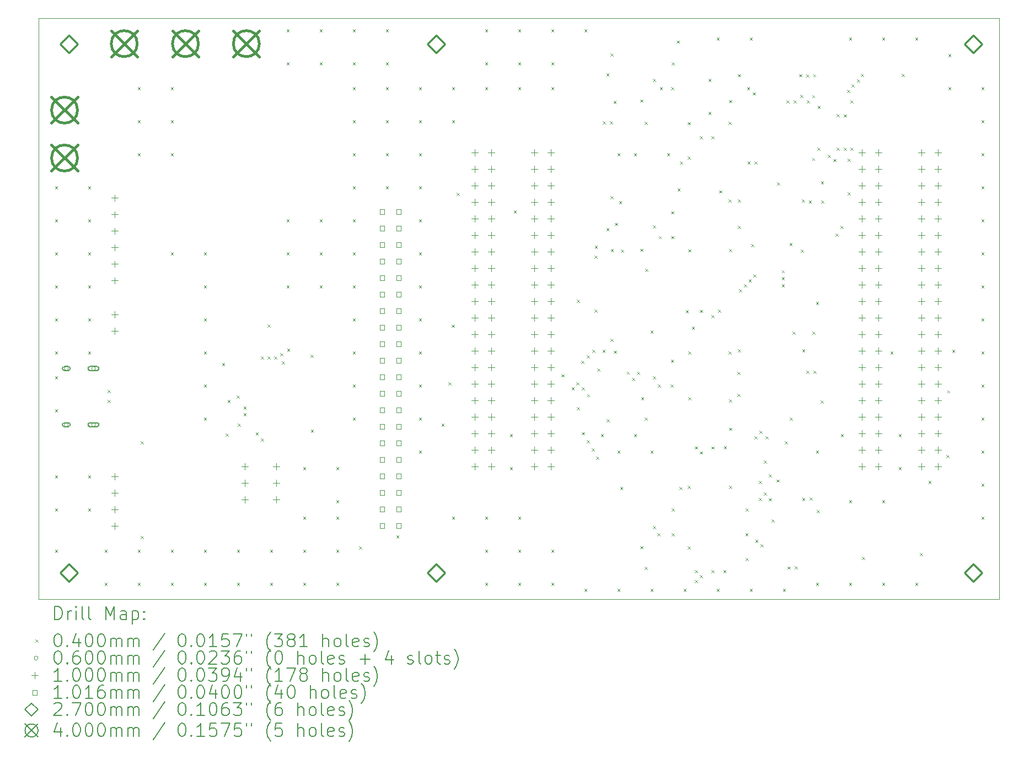
<source format=gbr>
%TF.GenerationSoftware,KiCad,Pcbnew,(6.0.7)*%
%TF.CreationDate,2023-05-24T01:03:33-04:00*%
%TF.ProjectId,ECELab_v1,4543454c-6162-45f7-9631-2e6b69636164,rev?*%
%TF.SameCoordinates,Original*%
%TF.FileFunction,Drillmap*%
%TF.FilePolarity,Positive*%
%FSLAX45Y45*%
G04 Gerber Fmt 4.5, Leading zero omitted, Abs format (unit mm)*
G04 Created by KiCad (PCBNEW (6.0.7)) date 2023-05-24 01:03:33*
%MOMM*%
%LPD*%
G01*
G04 APERTURE LIST*
%ADD10C,0.100000*%
%ADD11C,0.200000*%
%ADD12C,0.040000*%
%ADD13C,0.060000*%
%ADD14C,0.101600*%
%ADD15C,0.270000*%
%ADD16C,0.400000*%
G04 APERTURE END LIST*
D10*
X10393680Y-15212060D02*
X10393680Y-6283960D01*
X25146000Y-15212060D02*
X10393680Y-15212060D01*
X15748000Y-6283960D02*
X25146000Y-6283960D01*
X25146000Y-6283960D02*
X25146000Y-15212060D01*
X10393680Y-6283960D02*
X15748000Y-6283960D01*
D11*
D12*
X10648000Y-8870000D02*
X10688000Y-8910000D01*
X10688000Y-8870000D02*
X10648000Y-8910000D01*
X10648000Y-9378000D02*
X10688000Y-9418000D01*
X10688000Y-9378000D02*
X10648000Y-9418000D01*
X10648000Y-9886000D02*
X10688000Y-9926000D01*
X10688000Y-9886000D02*
X10648000Y-9926000D01*
X10648000Y-10394000D02*
X10688000Y-10434000D01*
X10688000Y-10394000D02*
X10648000Y-10434000D01*
X10648000Y-10902000D02*
X10688000Y-10942000D01*
X10688000Y-10902000D02*
X10648000Y-10942000D01*
X10648000Y-11410000D02*
X10688000Y-11450000D01*
X10688000Y-11410000D02*
X10648000Y-11450000D01*
X10648000Y-11791000D02*
X10688000Y-11831000D01*
X10688000Y-11791000D02*
X10648000Y-11831000D01*
X10648000Y-12299000D02*
X10688000Y-12339000D01*
X10688000Y-12299000D02*
X10648000Y-12339000D01*
X10648000Y-13315000D02*
X10688000Y-13355000D01*
X10688000Y-13315000D02*
X10648000Y-13355000D01*
X10648000Y-13823000D02*
X10688000Y-13863000D01*
X10688000Y-13823000D02*
X10648000Y-13863000D01*
X10648000Y-14458000D02*
X10688000Y-14498000D01*
X10688000Y-14458000D02*
X10648000Y-14498000D01*
X11156000Y-8870000D02*
X11196000Y-8910000D01*
X11196000Y-8870000D02*
X11156000Y-8910000D01*
X11156000Y-9378000D02*
X11196000Y-9418000D01*
X11196000Y-9378000D02*
X11156000Y-9418000D01*
X11156000Y-9886000D02*
X11196000Y-9926000D01*
X11196000Y-9886000D02*
X11156000Y-9926000D01*
X11156000Y-10394000D02*
X11196000Y-10434000D01*
X11196000Y-10394000D02*
X11156000Y-10434000D01*
X11156000Y-10902000D02*
X11196000Y-10942000D01*
X11196000Y-10902000D02*
X11156000Y-10942000D01*
X11156000Y-11410000D02*
X11196000Y-11450000D01*
X11196000Y-11410000D02*
X11156000Y-11450000D01*
X11156000Y-13315000D02*
X11196000Y-13355000D01*
X11196000Y-13315000D02*
X11156000Y-13355000D01*
X11156000Y-13823000D02*
X11196000Y-13863000D01*
X11196000Y-13823000D02*
X11156000Y-13863000D01*
X11410000Y-14458000D02*
X11450000Y-14498000D01*
X11450000Y-14458000D02*
X11410000Y-14498000D01*
X11410000Y-14966000D02*
X11450000Y-15006000D01*
X11450000Y-14966000D02*
X11410000Y-15006000D01*
X11455720Y-12154220D02*
X11495720Y-12194220D01*
X11495720Y-12154220D02*
X11455720Y-12194220D01*
X11458260Y-12001820D02*
X11498260Y-12041820D01*
X11498260Y-12001820D02*
X11458260Y-12041820D01*
X11918000Y-7346000D02*
X11958000Y-7386000D01*
X11958000Y-7346000D02*
X11918000Y-7386000D01*
X11918000Y-7854000D02*
X11958000Y-7894000D01*
X11958000Y-7854000D02*
X11918000Y-7894000D01*
X11918000Y-8362000D02*
X11958000Y-8402000D01*
X11958000Y-8362000D02*
X11918000Y-8402000D01*
X11918000Y-14458000D02*
X11958000Y-14498000D01*
X11958000Y-14458000D02*
X11918000Y-14498000D01*
X11918000Y-14966000D02*
X11958000Y-15006000D01*
X11958000Y-14966000D02*
X11918000Y-15006000D01*
X11966260Y-12789220D02*
X12006260Y-12829220D01*
X12006260Y-12789220D02*
X11966260Y-12829220D01*
X11966260Y-14244640D02*
X12006260Y-14284640D01*
X12006260Y-14244640D02*
X11966260Y-14284640D01*
X12426000Y-7346000D02*
X12466000Y-7386000D01*
X12466000Y-7346000D02*
X12426000Y-7386000D01*
X12426000Y-7854000D02*
X12466000Y-7894000D01*
X12466000Y-7854000D02*
X12426000Y-7894000D01*
X12426000Y-8362000D02*
X12466000Y-8402000D01*
X12466000Y-8362000D02*
X12426000Y-8402000D01*
X12426000Y-9886000D02*
X12466000Y-9926000D01*
X12466000Y-9886000D02*
X12426000Y-9926000D01*
X12426000Y-14458000D02*
X12466000Y-14498000D01*
X12466000Y-14458000D02*
X12426000Y-14498000D01*
X12426000Y-14966000D02*
X12466000Y-15006000D01*
X12466000Y-14966000D02*
X12426000Y-15006000D01*
X12934000Y-9886000D02*
X12974000Y-9926000D01*
X12974000Y-9886000D02*
X12934000Y-9926000D01*
X12934000Y-10394000D02*
X12974000Y-10434000D01*
X12974000Y-10394000D02*
X12934000Y-10434000D01*
X12934000Y-10902000D02*
X12974000Y-10942000D01*
X12974000Y-10902000D02*
X12934000Y-10942000D01*
X12934000Y-11410000D02*
X12974000Y-11450000D01*
X12974000Y-11410000D02*
X12934000Y-11450000D01*
X12934000Y-11918000D02*
X12974000Y-11958000D01*
X12974000Y-11918000D02*
X12934000Y-11958000D01*
X12934000Y-12426000D02*
X12974000Y-12466000D01*
X12974000Y-12426000D02*
X12934000Y-12466000D01*
X12934000Y-14458000D02*
X12974000Y-14498000D01*
X12974000Y-14458000D02*
X12934000Y-14498000D01*
X12934000Y-14966000D02*
X12974000Y-15006000D01*
X12974000Y-14966000D02*
X12934000Y-15006000D01*
X13213400Y-11587800D02*
X13253400Y-11627800D01*
X13253400Y-11587800D02*
X13213400Y-11627800D01*
X13269280Y-12667300D02*
X13309280Y-12707300D01*
X13309280Y-12667300D02*
X13269280Y-12707300D01*
X13297220Y-12151680D02*
X13337220Y-12191680D01*
X13337220Y-12151680D02*
X13297220Y-12191680D01*
X13434784Y-12082205D02*
X13474784Y-12122205D01*
X13474784Y-12082205D02*
X13434784Y-12122205D01*
X13442000Y-14458000D02*
X13482000Y-14498000D01*
X13482000Y-14458000D02*
X13442000Y-14498000D01*
X13442000Y-14966000D02*
X13482000Y-15006000D01*
X13482000Y-14966000D02*
X13442000Y-15006000D01*
X13457240Y-12514900D02*
X13497240Y-12554900D01*
X13497240Y-12514900D02*
X13457240Y-12554900D01*
X13543565Y-12255785D02*
X13583565Y-12295785D01*
X13583565Y-12255785D02*
X13543565Y-12295785D01*
X13543609Y-12355735D02*
X13583609Y-12395735D01*
X13583609Y-12355735D02*
X13543609Y-12395735D01*
X13729020Y-12654600D02*
X13769020Y-12694600D01*
X13769020Y-12654600D02*
X13729020Y-12694600D01*
X13812070Y-11481087D02*
X13852070Y-11521087D01*
X13852070Y-11481087D02*
X13812070Y-11521087D01*
X13812500Y-12742500D02*
X13852500Y-12782500D01*
X13852500Y-12742500D02*
X13812500Y-12782500D01*
X13909360Y-10990900D02*
X13949360Y-11030900D01*
X13949360Y-10990900D02*
X13909360Y-11030900D01*
X13912020Y-11481387D02*
X13952020Y-11521387D01*
X13952020Y-11481387D02*
X13912020Y-11521387D01*
X13950000Y-14458000D02*
X13990000Y-14498000D01*
X13990000Y-14458000D02*
X13950000Y-14498000D01*
X13950000Y-14966000D02*
X13990000Y-15006000D01*
X13990000Y-14966000D02*
X13950000Y-15006000D01*
X14011970Y-11481110D02*
X14051970Y-11521110D01*
X14051970Y-11481110D02*
X14011970Y-11521110D01*
X14107480Y-11430320D02*
X14147480Y-11470320D01*
X14147480Y-11430320D02*
X14107480Y-11470320D01*
X14132608Y-11557048D02*
X14172608Y-11597048D01*
X14172608Y-11557048D02*
X14132608Y-11597048D01*
X14204000Y-6457000D02*
X14244000Y-6497000D01*
X14244000Y-6457000D02*
X14204000Y-6497000D01*
X14204000Y-6965000D02*
X14244000Y-7005000D01*
X14244000Y-6965000D02*
X14204000Y-7005000D01*
X14204000Y-9378000D02*
X14244000Y-9418000D01*
X14244000Y-9378000D02*
X14204000Y-9418000D01*
X14204000Y-9886000D02*
X14244000Y-9926000D01*
X14244000Y-9886000D02*
X14204000Y-9926000D01*
X14204000Y-10394000D02*
X14244000Y-10434000D01*
X14244000Y-10394000D02*
X14204000Y-10434000D01*
X14211620Y-11366820D02*
X14251620Y-11406820D01*
X14251620Y-11366820D02*
X14211620Y-11406820D01*
X14458000Y-13188000D02*
X14498000Y-13228000D01*
X14498000Y-13188000D02*
X14458000Y-13228000D01*
X14458000Y-13950000D02*
X14498000Y-13990000D01*
X14498000Y-13950000D02*
X14458000Y-13990000D01*
X14458000Y-14458000D02*
X14498000Y-14498000D01*
X14498000Y-14458000D02*
X14458000Y-14498000D01*
X14458000Y-14966000D02*
X14498000Y-15006000D01*
X14498000Y-14966000D02*
X14458000Y-15006000D01*
X14574840Y-11460800D02*
X14614840Y-11500800D01*
X14614840Y-11460800D02*
X14574840Y-11500800D01*
X14577380Y-12608880D02*
X14617380Y-12648880D01*
X14617380Y-12608880D02*
X14577380Y-12648880D01*
X14712000Y-6457000D02*
X14752000Y-6497000D01*
X14752000Y-6457000D02*
X14712000Y-6497000D01*
X14712000Y-6965000D02*
X14752000Y-7005000D01*
X14752000Y-6965000D02*
X14712000Y-7005000D01*
X14712000Y-9378000D02*
X14752000Y-9418000D01*
X14752000Y-9378000D02*
X14712000Y-9418000D01*
X14712000Y-9886000D02*
X14752000Y-9926000D01*
X14752000Y-9886000D02*
X14712000Y-9926000D01*
X14712000Y-10394000D02*
X14752000Y-10434000D01*
X14752000Y-10394000D02*
X14712000Y-10434000D01*
X14966000Y-13188000D02*
X15006000Y-13228000D01*
X15006000Y-13188000D02*
X14966000Y-13228000D01*
X14966000Y-13696000D02*
X15006000Y-13736000D01*
X15006000Y-13696000D02*
X14966000Y-13736000D01*
X14966000Y-13950000D02*
X15006000Y-13990000D01*
X15006000Y-13950000D02*
X14966000Y-13990000D01*
X14966000Y-14458000D02*
X15006000Y-14498000D01*
X15006000Y-14458000D02*
X14966000Y-14498000D01*
X14966000Y-14966000D02*
X15006000Y-15006000D01*
X15006000Y-14966000D02*
X14966000Y-15006000D01*
X15220000Y-6457000D02*
X15260000Y-6497000D01*
X15260000Y-6457000D02*
X15220000Y-6497000D01*
X15220000Y-6965000D02*
X15260000Y-7005000D01*
X15260000Y-6965000D02*
X15220000Y-7005000D01*
X15220000Y-7346000D02*
X15260000Y-7386000D01*
X15260000Y-7346000D02*
X15220000Y-7386000D01*
X15220000Y-7854000D02*
X15260000Y-7894000D01*
X15260000Y-7854000D02*
X15220000Y-7894000D01*
X15220000Y-8362000D02*
X15260000Y-8402000D01*
X15260000Y-8362000D02*
X15220000Y-8402000D01*
X15220000Y-8870000D02*
X15260000Y-8910000D01*
X15260000Y-8870000D02*
X15220000Y-8910000D01*
X15220000Y-9378000D02*
X15260000Y-9418000D01*
X15260000Y-9378000D02*
X15220000Y-9418000D01*
X15220000Y-9886000D02*
X15260000Y-9926000D01*
X15260000Y-9886000D02*
X15220000Y-9926000D01*
X15220000Y-10394000D02*
X15260000Y-10434000D01*
X15260000Y-10394000D02*
X15220000Y-10434000D01*
X15220000Y-10902000D02*
X15260000Y-10942000D01*
X15260000Y-10902000D02*
X15220000Y-10942000D01*
X15220000Y-11410000D02*
X15260000Y-11450000D01*
X15260000Y-11410000D02*
X15220000Y-11450000D01*
X15220000Y-11918000D02*
X15260000Y-11958000D01*
X15260000Y-11918000D02*
X15220000Y-11958000D01*
X15220000Y-12426000D02*
X15260000Y-12466000D01*
X15260000Y-12426000D02*
X15220000Y-12466000D01*
X15319060Y-14402120D02*
X15359060Y-14442120D01*
X15359060Y-14402120D02*
X15319060Y-14442120D01*
X15728000Y-6457000D02*
X15768000Y-6497000D01*
X15768000Y-6457000D02*
X15728000Y-6497000D01*
X15728000Y-6965000D02*
X15768000Y-7005000D01*
X15768000Y-6965000D02*
X15728000Y-7005000D01*
X15728000Y-7346000D02*
X15768000Y-7386000D01*
X15768000Y-7346000D02*
X15728000Y-7386000D01*
X15728000Y-7854000D02*
X15768000Y-7894000D01*
X15768000Y-7854000D02*
X15728000Y-7894000D01*
X15728000Y-8362000D02*
X15768000Y-8402000D01*
X15768000Y-8362000D02*
X15728000Y-8402000D01*
X15728000Y-8870000D02*
X15768000Y-8910000D01*
X15768000Y-8870000D02*
X15728000Y-8910000D01*
X15888020Y-14234480D02*
X15928020Y-14274480D01*
X15928020Y-14234480D02*
X15888020Y-14274480D01*
X16236000Y-7346000D02*
X16276000Y-7386000D01*
X16276000Y-7346000D02*
X16236000Y-7386000D01*
X16236000Y-7854000D02*
X16276000Y-7894000D01*
X16276000Y-7854000D02*
X16236000Y-7894000D01*
X16236000Y-8362000D02*
X16276000Y-8402000D01*
X16276000Y-8362000D02*
X16236000Y-8402000D01*
X16236000Y-8870000D02*
X16276000Y-8910000D01*
X16276000Y-8870000D02*
X16236000Y-8910000D01*
X16236000Y-9378000D02*
X16276000Y-9418000D01*
X16276000Y-9378000D02*
X16236000Y-9418000D01*
X16236000Y-9886000D02*
X16276000Y-9926000D01*
X16276000Y-9886000D02*
X16236000Y-9926000D01*
X16236000Y-10394000D02*
X16276000Y-10434000D01*
X16276000Y-10394000D02*
X16236000Y-10434000D01*
X16236000Y-10902000D02*
X16276000Y-10942000D01*
X16276000Y-10902000D02*
X16236000Y-10942000D01*
X16236000Y-11410000D02*
X16276000Y-11450000D01*
X16276000Y-11410000D02*
X16236000Y-11450000D01*
X16236000Y-11918000D02*
X16276000Y-11958000D01*
X16276000Y-11918000D02*
X16236000Y-11958000D01*
X16236000Y-12426000D02*
X16276000Y-12466000D01*
X16276000Y-12426000D02*
X16236000Y-12466000D01*
X16236000Y-12934000D02*
X16276000Y-12974000D01*
X16276000Y-12934000D02*
X16236000Y-12974000D01*
X16583980Y-12514900D02*
X16623980Y-12554900D01*
X16623980Y-12514900D02*
X16583980Y-12554900D01*
X16688120Y-11882440D02*
X16728120Y-11922440D01*
X16728120Y-11882440D02*
X16688120Y-11922440D01*
X16738920Y-10995980D02*
X16778920Y-11035980D01*
X16778920Y-10995980D02*
X16738920Y-11035980D01*
X16744000Y-7346000D02*
X16784000Y-7386000D01*
X16784000Y-7346000D02*
X16744000Y-7386000D01*
X16744000Y-7854000D02*
X16784000Y-7894000D01*
X16784000Y-7854000D02*
X16744000Y-7894000D01*
X16744000Y-13950000D02*
X16784000Y-13990000D01*
X16784000Y-13950000D02*
X16744000Y-13990000D01*
X16818550Y-8966520D02*
X16858550Y-9006520D01*
X16858550Y-8966520D02*
X16818550Y-9006520D01*
X17252000Y-6457000D02*
X17292000Y-6497000D01*
X17292000Y-6457000D02*
X17252000Y-6497000D01*
X17252000Y-6965000D02*
X17292000Y-7005000D01*
X17292000Y-6965000D02*
X17252000Y-7005000D01*
X17252000Y-7346000D02*
X17292000Y-7386000D01*
X17292000Y-7346000D02*
X17252000Y-7386000D01*
X17252000Y-13950000D02*
X17292000Y-13990000D01*
X17292000Y-13950000D02*
X17252000Y-13990000D01*
X17252000Y-14458000D02*
X17292000Y-14498000D01*
X17292000Y-14458000D02*
X17252000Y-14498000D01*
X17252000Y-14966000D02*
X17292000Y-15006000D01*
X17292000Y-14966000D02*
X17252000Y-15006000D01*
X17633000Y-12680000D02*
X17673000Y-12720000D01*
X17673000Y-12680000D02*
X17633000Y-12720000D01*
X17633000Y-13188000D02*
X17673000Y-13228000D01*
X17673000Y-13188000D02*
X17633000Y-13228000D01*
X17693050Y-9240840D02*
X17733050Y-9280840D01*
X17733050Y-9240840D02*
X17693050Y-9280840D01*
X17760000Y-6457000D02*
X17800000Y-6497000D01*
X17800000Y-6457000D02*
X17760000Y-6497000D01*
X17760000Y-6965000D02*
X17800000Y-7005000D01*
X17800000Y-6965000D02*
X17760000Y-7005000D01*
X17760000Y-7346000D02*
X17800000Y-7386000D01*
X17800000Y-7346000D02*
X17760000Y-7386000D01*
X17760000Y-13950000D02*
X17800000Y-13990000D01*
X17800000Y-13950000D02*
X17760000Y-13990000D01*
X17760000Y-14458000D02*
X17800000Y-14498000D01*
X17800000Y-14458000D02*
X17760000Y-14498000D01*
X17760000Y-14966000D02*
X17800000Y-15006000D01*
X17800000Y-14966000D02*
X17760000Y-15006000D01*
X18268000Y-6457000D02*
X18308000Y-6497000D01*
X18308000Y-6457000D02*
X18268000Y-6497000D01*
X18268000Y-6965000D02*
X18308000Y-7005000D01*
X18308000Y-6965000D02*
X18268000Y-7005000D01*
X18268000Y-7346000D02*
X18308000Y-7386000D01*
X18308000Y-7346000D02*
X18268000Y-7386000D01*
X18268000Y-14458000D02*
X18308000Y-14498000D01*
X18308000Y-14458000D02*
X18268000Y-14498000D01*
X18268000Y-14966000D02*
X18308000Y-15006000D01*
X18308000Y-14966000D02*
X18268000Y-15006000D01*
X18425729Y-11758891D02*
X18465729Y-11798891D01*
X18465729Y-11758891D02*
X18425729Y-11798891D01*
X18580997Y-11958640D02*
X18620997Y-11998640D01*
X18620997Y-11958640D02*
X18580997Y-11998640D01*
X18655491Y-11881311D02*
X18695491Y-11921311D01*
X18695491Y-11881311D02*
X18655491Y-11921311D01*
X18658847Y-12263440D02*
X18698847Y-12303440D01*
X18698847Y-12263440D02*
X18658847Y-12303440D01*
X18663921Y-10610219D02*
X18703921Y-10650219D01*
X18703921Y-10610219D02*
X18663921Y-10650219D01*
X18727719Y-11549679D02*
X18767719Y-11589679D01*
X18767719Y-11549679D02*
X18727719Y-11589679D01*
X18735360Y-11959161D02*
X18775360Y-11999161D01*
X18775360Y-11959161D02*
X18735360Y-11999161D01*
X18736697Y-12646980D02*
X18776697Y-12686980D01*
X18776697Y-12646980D02*
X18736697Y-12686980D01*
X18776000Y-6457000D02*
X18816000Y-6497000D01*
X18816000Y-6457000D02*
X18776000Y-6497000D01*
X18776000Y-15057440D02*
X18816000Y-15097440D01*
X18816000Y-15057440D02*
X18776000Y-15097440D01*
X18811560Y-11465880D02*
X18851560Y-11505880D01*
X18851560Y-11465880D02*
X18811560Y-11505880D01*
X18814547Y-12768900D02*
X18854547Y-12808900D01*
X18854547Y-12768900D02*
X18814547Y-12808900D01*
X18818664Y-12062780D02*
X18858664Y-12102780D01*
X18858664Y-12062780D02*
X18818664Y-12102780D01*
X18892397Y-12898440D02*
X18932397Y-12938440D01*
X18932397Y-12898440D02*
X18892397Y-12938440D01*
X18896270Y-11384600D02*
X18936270Y-11424600D01*
X18936270Y-11384600D02*
X18896270Y-11424600D01*
X18930933Y-10766496D02*
X18970933Y-10806496D01*
X18970933Y-10766496D02*
X18930933Y-10806496D01*
X18934146Y-9935550D02*
X18974146Y-9975550D01*
X18974146Y-9935550D02*
X18934146Y-9975550D01*
X18935660Y-9778960D02*
X18975660Y-9818960D01*
X18975660Y-9778960D02*
X18935660Y-9818960D01*
X18959416Y-13025440D02*
X18999416Y-13065440D01*
X18999416Y-13025440D02*
X18959416Y-13065440D01*
X18974120Y-11669080D02*
X19014120Y-11709080D01*
X19014120Y-11669080D02*
X18974120Y-11709080D01*
X19030000Y-12680000D02*
X19070000Y-12720000D01*
X19070000Y-12680000D02*
X19030000Y-12720000D01*
X19054813Y-11380107D02*
X19094813Y-11420107D01*
X19094813Y-11380107D02*
X19054813Y-11420107D01*
X19062100Y-7865450D02*
X19102100Y-7905450D01*
X19102100Y-7865450D02*
X19062100Y-7905450D01*
X19113660Y-7128660D02*
X19153660Y-7168660D01*
X19153660Y-7128660D02*
X19113660Y-7168660D01*
X19115000Y-9508050D02*
X19155000Y-9548050D01*
X19155000Y-9508050D02*
X19115000Y-9548050D01*
X19116360Y-12446320D02*
X19156360Y-12486320D01*
X19156360Y-12446320D02*
X19116360Y-12486320D01*
X19167450Y-7865450D02*
X19207450Y-7905450D01*
X19207450Y-7865450D02*
X19167450Y-7905450D01*
X19179563Y-11213317D02*
X19219563Y-11253317D01*
X19219563Y-11213317D02*
X19179563Y-11253317D01*
X19180000Y-6825000D02*
X19220000Y-6865000D01*
X19220000Y-6825000D02*
X19180000Y-6865000D01*
X19180000Y-9016950D02*
X19220000Y-9056950D01*
X19220000Y-9016950D02*
X19180000Y-9056950D01*
X19182500Y-9832500D02*
X19222500Y-9872500D01*
X19222500Y-9832500D02*
X19182500Y-9872500D01*
X19223940Y-7553150D02*
X19263940Y-7593150D01*
X19263940Y-7553150D02*
X19223940Y-7593150D01*
X19230660Y-11394760D02*
X19270660Y-11434760D01*
X19270660Y-11394760D02*
X19230660Y-11434760D01*
X19245000Y-9430000D02*
X19285000Y-9470000D01*
X19285000Y-9430000D02*
X19245000Y-9470000D01*
X19284000Y-8362000D02*
X19324000Y-8402000D01*
X19324000Y-8362000D02*
X19284000Y-8402000D01*
X19284000Y-12934000D02*
X19324000Y-12974000D01*
X19324000Y-12934000D02*
X19284000Y-12974000D01*
X19284000Y-15057440D02*
X19324000Y-15097440D01*
X19324000Y-15057440D02*
X19284000Y-15097440D01*
X19310000Y-9095000D02*
X19350000Y-9135000D01*
X19350000Y-9095000D02*
X19310000Y-9135000D01*
X19327180Y-13490260D02*
X19367180Y-13530260D01*
X19367180Y-13490260D02*
X19327180Y-13530260D01*
X19340332Y-9839563D02*
X19380332Y-9879563D01*
X19380332Y-9839563D02*
X19340332Y-9879563D01*
X19427130Y-11716274D02*
X19467130Y-11756274D01*
X19467130Y-11716274D02*
X19427130Y-11756274D01*
X19505418Y-11813422D02*
X19545418Y-11853422D01*
X19545418Y-11813422D02*
X19505418Y-11853422D01*
X19538000Y-8362000D02*
X19578000Y-8402000D01*
X19578000Y-8362000D02*
X19538000Y-8402000D01*
X19538000Y-12680000D02*
X19578000Y-12720000D01*
X19578000Y-12680000D02*
X19538000Y-12720000D01*
X19583350Y-11717495D02*
X19623350Y-11757495D01*
X19623350Y-11717495D02*
X19583350Y-11757495D01*
X19635101Y-9827757D02*
X19675101Y-9867757D01*
X19675101Y-9827757D02*
X19635101Y-9867757D01*
X19635171Y-7532718D02*
X19675171Y-7572718D01*
X19675171Y-7532718D02*
X19635171Y-7572718D01*
X19635509Y-14400342D02*
X19675509Y-14440342D01*
X19675509Y-14400342D02*
X19635509Y-14440342D01*
X19648350Y-12111040D02*
X19688350Y-12151040D01*
X19688350Y-12111040D02*
X19648350Y-12151040D01*
X19700560Y-7876860D02*
X19740560Y-7916860D01*
X19740560Y-7876860D02*
X19700560Y-7916860D01*
X19700560Y-12423510D02*
X19740560Y-12463510D01*
X19740560Y-12423510D02*
X19700560Y-12463510D01*
X19700560Y-14714540D02*
X19740560Y-14754540D01*
X19740560Y-14714540D02*
X19700560Y-14754540D01*
X19713350Y-10137737D02*
X19753350Y-10177737D01*
X19753350Y-10137737D02*
X19713350Y-10177737D01*
X19792000Y-11082340D02*
X19832000Y-11122340D01*
X19832000Y-11082340D02*
X19792000Y-11122340D01*
X19792000Y-12934000D02*
X19832000Y-12974000D01*
X19832000Y-12934000D02*
X19792000Y-12974000D01*
X19792000Y-15057440D02*
X19832000Y-15097440D01*
X19832000Y-15057440D02*
X19792000Y-15097440D01*
X19827500Y-7215000D02*
X19867500Y-7255000D01*
X19867500Y-7215000D02*
X19827500Y-7255000D01*
X19830000Y-9470000D02*
X19870000Y-9510000D01*
X19870000Y-9470000D02*
X19830000Y-9510000D01*
X19830100Y-11785920D02*
X19870100Y-11825920D01*
X19870100Y-11785920D02*
X19830100Y-11825920D01*
X19830100Y-14089700D02*
X19870100Y-14129700D01*
X19870100Y-14089700D02*
X19830100Y-14129700D01*
X19896140Y-14204000D02*
X19936140Y-14244000D01*
X19936140Y-14204000D02*
X19896140Y-14244000D01*
X19906300Y-11918000D02*
X19946300Y-11958000D01*
X19946300Y-11918000D02*
X19906300Y-11958000D01*
X19920000Y-9632500D02*
X19960000Y-9672500D01*
X19960000Y-9632500D02*
X19920000Y-9672500D01*
X19935000Y-7345000D02*
X19975000Y-7385000D01*
X19975000Y-7345000D02*
X19935000Y-7385000D01*
X20046000Y-8362000D02*
X20086000Y-8402000D01*
X20086000Y-8362000D02*
X20046000Y-8402000D01*
X20101880Y-11918000D02*
X20141880Y-11958000D01*
X20141880Y-11918000D02*
X20101880Y-11958000D01*
X20104420Y-11537000D02*
X20144420Y-11577000D01*
X20144420Y-11537000D02*
X20104420Y-11577000D01*
X20107500Y-7345000D02*
X20147500Y-7385000D01*
X20147500Y-7345000D02*
X20107500Y-7385000D01*
X20107500Y-9252500D02*
X20147500Y-9292500D01*
X20147500Y-9252500D02*
X20107500Y-9292500D01*
X20107500Y-9632500D02*
X20147500Y-9672500D01*
X20147500Y-9632500D02*
X20107500Y-9672500D01*
X20115000Y-6965000D02*
X20155000Y-7005000D01*
X20155000Y-6965000D02*
X20115000Y-7005000D01*
X20119660Y-13823000D02*
X20159660Y-13863000D01*
X20159660Y-13823000D02*
X20119660Y-13863000D01*
X20119660Y-14204000D02*
X20159660Y-14244000D01*
X20159660Y-14204000D02*
X20119660Y-14244000D01*
X20192500Y-6627500D02*
X20232500Y-6667500D01*
X20232500Y-6627500D02*
X20192500Y-6667500D01*
X20207500Y-8902500D02*
X20247500Y-8942500D01*
X20247500Y-8902500D02*
X20207500Y-8942500D01*
X20236500Y-13490260D02*
X20276500Y-13530260D01*
X20276500Y-13490260D02*
X20236500Y-13530260D01*
X20247500Y-8487900D02*
X20287500Y-8527900D01*
X20287500Y-8487900D02*
X20247500Y-8527900D01*
X20300000Y-15057440D02*
X20340000Y-15097440D01*
X20340000Y-15057440D02*
X20300000Y-15097440D01*
X20333020Y-10769920D02*
X20373020Y-10809920D01*
X20373020Y-10769920D02*
X20333020Y-10809920D01*
X20365000Y-7880000D02*
X20405000Y-7920000D01*
X20405000Y-7880000D02*
X20365000Y-7920000D01*
X20365000Y-13471440D02*
X20405000Y-13511440D01*
X20405000Y-13471440D02*
X20365000Y-13511440D01*
X20365000Y-14405700D02*
X20405000Y-14445700D01*
X20405000Y-14405700D02*
X20365000Y-14445700D01*
X20366040Y-8410950D02*
X20406040Y-8450950D01*
X20406040Y-8410950D02*
X20366040Y-8450950D01*
X20372500Y-9836360D02*
X20412500Y-9876360D01*
X20412500Y-9836360D02*
X20372500Y-9876360D01*
X20372500Y-11406300D02*
X20412500Y-11446300D01*
X20412500Y-11406300D02*
X20372500Y-11446300D01*
X20372500Y-12107120D02*
X20412500Y-12147120D01*
X20412500Y-12107120D02*
X20372500Y-12147120D01*
X20427000Y-11029000D02*
X20467000Y-11069000D01*
X20467000Y-11029000D02*
X20427000Y-11069000D01*
X20472720Y-14921040D02*
X20512720Y-14961040D01*
X20512720Y-14921040D02*
X20472720Y-14961040D01*
X20473610Y-12866310D02*
X20513610Y-12906310D01*
X20513610Y-12866310D02*
X20473610Y-12906310D01*
X20473610Y-14765340D02*
X20513610Y-14805340D01*
X20513610Y-14765340D02*
X20473610Y-14805340D01*
X20548920Y-8097840D02*
X20588920Y-8137840D01*
X20588920Y-8097840D02*
X20548920Y-8137840D01*
X20551460Y-10767380D02*
X20591460Y-10807380D01*
X20591460Y-10767380D02*
X20551460Y-10807380D01*
X20551460Y-12944160D02*
X20591460Y-12984160D01*
X20591460Y-12944160D02*
X20551460Y-12984160D01*
X20551503Y-14843190D02*
X20591503Y-14883190D01*
X20591503Y-14843190D02*
X20551503Y-14883190D01*
X20681000Y-7219000D02*
X20721000Y-7259000D01*
X20721000Y-7219000D02*
X20681000Y-7259000D01*
X20681000Y-7727000D02*
X20721000Y-7767000D01*
X20721000Y-7727000D02*
X20681000Y-7767000D01*
X20726720Y-8097840D02*
X20766720Y-8137840D01*
X20766720Y-8097840D02*
X20726720Y-8137840D01*
X20729260Y-10846120D02*
X20769260Y-10886120D01*
X20769260Y-10846120D02*
X20729260Y-10886120D01*
X20729260Y-12866310D02*
X20769260Y-12906310D01*
X20769260Y-12866310D02*
X20729260Y-12906310D01*
X20729260Y-14765340D02*
X20769260Y-14805340D01*
X20769260Y-14765340D02*
X20729260Y-14805340D01*
X20808000Y-6584000D02*
X20848000Y-6624000D01*
X20848000Y-6584000D02*
X20808000Y-6624000D01*
X20808000Y-15057440D02*
X20848000Y-15097440D01*
X20848000Y-15057440D02*
X20808000Y-15097440D01*
X20830860Y-10765730D02*
X20870860Y-10805730D01*
X20870860Y-10765730D02*
X20830860Y-10805730D01*
X20848640Y-8930960D02*
X20888640Y-8970960D01*
X20888640Y-8930960D02*
X20848640Y-8970960D01*
X20909600Y-14765340D02*
X20949600Y-14805340D01*
X20949600Y-14765340D02*
X20909600Y-14805340D01*
X20918956Y-12865470D02*
X20958956Y-12905470D01*
X20958956Y-12865470D02*
X20918956Y-12905470D01*
X20988340Y-7879400D02*
X21028340Y-7919400D01*
X21028340Y-7879400D02*
X20988340Y-7919400D01*
X20990000Y-9073200D02*
X21030000Y-9113200D01*
X21030000Y-9073200D02*
X20990000Y-9113200D01*
X20990880Y-11404920D02*
X21030880Y-11444920D01*
X21030880Y-11404920D02*
X20990880Y-11444920D01*
X20996806Y-12579210D02*
X21036806Y-12619210D01*
X21036806Y-12579210D02*
X20996806Y-12619210D01*
X20997000Y-9835000D02*
X21037000Y-9875000D01*
X21037000Y-9835000D02*
X20997000Y-9875000D01*
X20997000Y-12142560D02*
X21037000Y-12182560D01*
X21037000Y-12142560D02*
X20997000Y-12182560D01*
X20997500Y-7542500D02*
X21037500Y-7582500D01*
X21037500Y-7542500D02*
X20997500Y-7582500D01*
X21001040Y-13472480D02*
X21041040Y-13512480D01*
X21041040Y-13472480D02*
X21001040Y-13512480D01*
X21125500Y-11719880D02*
X21165500Y-11759880D01*
X21165500Y-11719880D02*
X21125500Y-11759880D01*
X21128040Y-12058350D02*
X21168040Y-12098350D01*
X21168040Y-12058350D02*
X21128040Y-12098350D01*
X21132500Y-7145000D02*
X21172500Y-7185000D01*
X21172500Y-7145000D02*
X21132500Y-7185000D01*
X21135000Y-9072500D02*
X21175000Y-9112500D01*
X21175000Y-9072500D02*
X21135000Y-9112500D01*
X21135000Y-9477500D02*
X21175000Y-9517500D01*
X21175000Y-9477500D02*
X21135000Y-9517500D01*
X21135660Y-11374440D02*
X21175660Y-11414440D01*
X21175660Y-11374440D02*
X21135660Y-11414440D01*
X21149602Y-10450550D02*
X21189602Y-10490550D01*
X21189602Y-10450550D02*
X21149602Y-10490550D01*
X21224503Y-10374400D02*
X21264503Y-10414400D01*
X21264503Y-10374400D02*
X21224503Y-10414400D01*
X21247420Y-14204000D02*
X21287420Y-14244000D01*
X21287420Y-14204000D02*
X21247420Y-14244000D01*
X21249960Y-13823000D02*
X21289960Y-13863000D01*
X21289960Y-13823000D02*
X21249960Y-13863000D01*
X21252500Y-14585000D02*
X21292500Y-14625000D01*
X21292500Y-14585000D02*
X21252500Y-14625000D01*
X21272500Y-7345000D02*
X21312500Y-7385000D01*
X21312500Y-7345000D02*
X21272500Y-7385000D01*
X21283100Y-8487900D02*
X21323100Y-8527900D01*
X21323100Y-8487900D02*
X21283100Y-8527900D01*
X21299293Y-10296900D02*
X21339293Y-10336900D01*
X21339293Y-10296900D02*
X21299293Y-10336900D01*
X21316000Y-6584000D02*
X21356000Y-6624000D01*
X21356000Y-6584000D02*
X21316000Y-6624000D01*
X21316000Y-15057440D02*
X21356000Y-15097440D01*
X21356000Y-15057440D02*
X21316000Y-15097440D01*
X21340000Y-9756950D02*
X21380000Y-9796950D01*
X21380000Y-9756950D02*
X21340000Y-9796950D01*
X21365000Y-7423050D02*
X21405000Y-7463050D01*
X21405000Y-7423050D02*
X21365000Y-7463050D01*
X21373880Y-10219450D02*
X21413880Y-10259450D01*
X21413880Y-10219450D02*
X21373880Y-10259450D01*
X21387120Y-12710480D02*
X21427120Y-12750480D01*
X21427120Y-12710480D02*
X21387120Y-12750480D01*
X21388450Y-8487900D02*
X21428450Y-8527900D01*
X21428450Y-8487900D02*
X21388450Y-8527900D01*
X21401382Y-14300791D02*
X21441382Y-14340791D01*
X21441382Y-14300791D02*
X21401382Y-14340791D01*
X21453160Y-13395430D02*
X21493160Y-13435430D01*
X21493160Y-13395430D02*
X21453160Y-13435430D01*
X21453650Y-13657900D02*
X21493650Y-13697900D01*
X21493650Y-13657900D02*
X21453650Y-13697900D01*
X21465860Y-12629200D02*
X21505860Y-12669200D01*
X21505860Y-12629200D02*
X21465860Y-12669200D01*
X21479350Y-14371640D02*
X21519350Y-14411640D01*
X21519350Y-14371640D02*
X21479350Y-14411640D01*
X21531900Y-13083860D02*
X21571900Y-13123860D01*
X21571900Y-13083860D02*
X21531900Y-13123860D01*
X21531900Y-13574080D02*
X21571900Y-13614080D01*
X21571900Y-13574080D02*
X21531900Y-13614080D01*
X21559840Y-12710480D02*
X21599840Y-12750480D01*
X21599840Y-12710480D02*
X21559840Y-12750480D01*
X21609350Y-13662980D02*
X21649350Y-13702980D01*
X21649350Y-13662980D02*
X21609350Y-13702980D01*
X21609750Y-13297220D02*
X21649750Y-13337220D01*
X21649750Y-13297220D02*
X21609750Y-13337220D01*
X21649566Y-13989261D02*
X21689566Y-14029261D01*
X21689566Y-13989261D02*
X21649566Y-14029261D01*
X21724940Y-13375070D02*
X21764940Y-13415070D01*
X21764940Y-13375070D02*
X21724940Y-13415070D01*
X21737500Y-8805550D02*
X21777500Y-8845550D01*
X21777500Y-8805550D02*
X21737500Y-8845550D01*
X21805929Y-10264240D02*
X21845929Y-10304240D01*
X21845929Y-10264240D02*
X21805929Y-10304240D01*
X21806620Y-10157380D02*
X21846620Y-10197380D01*
X21846620Y-10157380D02*
X21806620Y-10197380D01*
X21806773Y-10373706D02*
X21846773Y-10413706D01*
X21846773Y-10373706D02*
X21806773Y-10413706D01*
X21824000Y-15057440D02*
X21864000Y-15097440D01*
X21864000Y-15057440D02*
X21824000Y-15097440D01*
X21851940Y-12788330D02*
X21891940Y-12828330D01*
X21891940Y-12788330D02*
X21851940Y-12828330D01*
X21877500Y-7545000D02*
X21917500Y-7585000D01*
X21917500Y-7545000D02*
X21877500Y-7585000D01*
X21897781Y-14714093D02*
X21937781Y-14754093D01*
X21937781Y-14714093D02*
X21897781Y-14754093D01*
X21925000Y-9737500D02*
X21965000Y-9777500D01*
X21965000Y-9737500D02*
X21925000Y-9777500D01*
X21929700Y-12423050D02*
X21969700Y-12463050D01*
X21969700Y-12423050D02*
X21929700Y-12463050D01*
X21973860Y-11102660D02*
X22013860Y-11142660D01*
X22013860Y-11102660D02*
X21973860Y-11142660D01*
X21986835Y-7546301D02*
X22026835Y-7586301D01*
X22026835Y-7546301D02*
X21986835Y-7586301D01*
X22003099Y-14711498D02*
X22043099Y-14751498D01*
X22043099Y-14711498D02*
X22003099Y-14751498D01*
X22075000Y-7144961D02*
X22115000Y-7184961D01*
X22115000Y-7144961D02*
X22075000Y-7184961D01*
X22090700Y-7460550D02*
X22130700Y-7500550D01*
X22130700Y-7460550D02*
X22090700Y-7500550D01*
X22097500Y-9839150D02*
X22137500Y-9879150D01*
X22137500Y-9839150D02*
X22097500Y-9879150D01*
X22115000Y-9072500D02*
X22155000Y-9112500D01*
X22155000Y-9072500D02*
X22115000Y-9112500D01*
X22119377Y-13656465D02*
X22159377Y-13696465D01*
X22159377Y-13656465D02*
X22119377Y-13696465D01*
X22119610Y-11373574D02*
X22159610Y-11413574D01*
X22159610Y-11373574D02*
X22119610Y-11413574D01*
X22182001Y-7145451D02*
X22222001Y-7185451D01*
X22222001Y-7145451D02*
X22182001Y-7185451D01*
X22182140Y-11702100D02*
X22222140Y-11742100D01*
X22222140Y-11702100D02*
X22182140Y-11742100D01*
X22194350Y-7549200D02*
X22234350Y-7589200D01*
X22234350Y-7549200D02*
X22194350Y-7589200D01*
X22221685Y-9088128D02*
X22261685Y-9128128D01*
X22261685Y-9088128D02*
X22221685Y-9128128D01*
X22233772Y-13651112D02*
X22273772Y-13691112D01*
X22273772Y-13651112D02*
X22233772Y-13691112D01*
X22272500Y-7465000D02*
X22312500Y-7505000D01*
X22312500Y-7465000D02*
X22272500Y-7505000D01*
X22272500Y-8431150D02*
X22312500Y-8471150D01*
X22312500Y-8431150D02*
X22272500Y-8471150D01*
X22276120Y-11102660D02*
X22316120Y-11142660D01*
X22316120Y-11102660D02*
X22276120Y-11142660D01*
X22290000Y-7145000D02*
X22330000Y-7185000D01*
X22330000Y-7145000D02*
X22290000Y-7185000D01*
X22293900Y-11702100D02*
X22333900Y-11742100D01*
X22333900Y-11702100D02*
X22293900Y-11742100D01*
X22332000Y-10648000D02*
X22372000Y-10688000D01*
X22372000Y-10648000D02*
X22332000Y-10688000D01*
X22332000Y-12934000D02*
X22372000Y-12974000D01*
X22372000Y-12934000D02*
X22332000Y-12974000D01*
X22332000Y-14966000D02*
X22372000Y-15006000D01*
X22372000Y-14966000D02*
X22332000Y-15006000D01*
X22342160Y-13843320D02*
X22382160Y-13883320D01*
X22382160Y-13843320D02*
X22342160Y-13883320D01*
X22355000Y-8273650D02*
X22395000Y-8313650D01*
X22395000Y-8273650D02*
X22355000Y-8313650D01*
X22356350Y-7632500D02*
X22396350Y-7672500D01*
X22396350Y-7632500D02*
X22356350Y-7672500D01*
X22405660Y-12161090D02*
X22445660Y-12201090D01*
X22445660Y-12161090D02*
X22405660Y-12201090D01*
X22408200Y-8790570D02*
X22448200Y-8830570D01*
X22448200Y-8790570D02*
X22408200Y-8830570D01*
X22410000Y-9085000D02*
X22450000Y-9125000D01*
X22450000Y-9085000D02*
X22410000Y-9125000D01*
X22512778Y-8385920D02*
X22552778Y-8425921D01*
X22552778Y-8385920D02*
X22512778Y-8425921D01*
X22598650Y-8446950D02*
X22638650Y-8486950D01*
X22638650Y-8446950D02*
X22598650Y-8486950D01*
X22632790Y-9596440D02*
X22672790Y-9636440D01*
X22672790Y-9596440D02*
X22632790Y-9636440D01*
X22651814Y-8273650D02*
X22691814Y-8313650D01*
X22691814Y-8273650D02*
X22651814Y-8313650D01*
X22652172Y-7759788D02*
X22692172Y-7799788D01*
X22692172Y-7759788D02*
X22652172Y-7799788D01*
X22710640Y-9477240D02*
X22750640Y-9517240D01*
X22750640Y-9477240D02*
X22710640Y-9517240D01*
X22713000Y-12680000D02*
X22753000Y-12720000D01*
X22753000Y-12680000D02*
X22713000Y-12720000D01*
X22757157Y-8274901D02*
X22797157Y-8314901D01*
X22797157Y-8274901D02*
X22757157Y-8314901D01*
X22757500Y-7761950D02*
X22797500Y-7801950D01*
X22797500Y-7761950D02*
X22757500Y-7801950D01*
X22810726Y-7382593D02*
X22850726Y-7422593D01*
X22850726Y-7382593D02*
X22810726Y-7422593D01*
X22816060Y-8446060D02*
X22856060Y-8486060D01*
X22856060Y-8446060D02*
X22816060Y-8486060D01*
X22817140Y-8961440D02*
X22857140Y-9001440D01*
X22857140Y-8961440D02*
X22817140Y-9001440D01*
X22840000Y-6584000D02*
X22880000Y-6624000D01*
X22880000Y-6584000D02*
X22840000Y-6624000D01*
X22840000Y-13696000D02*
X22880000Y-13736000D01*
X22880000Y-13696000D02*
X22840000Y-13736000D01*
X22840000Y-14966000D02*
X22880000Y-15006000D01*
X22880000Y-14966000D02*
X22840000Y-15006000D01*
X22862500Y-7545000D02*
X22902500Y-7585000D01*
X22902500Y-7545000D02*
X22862500Y-7585000D01*
X22862500Y-8273650D02*
X22902500Y-8313650D01*
X22902500Y-8273650D02*
X22862500Y-8313650D01*
X22879803Y-7303050D02*
X22919803Y-7343050D01*
X22919803Y-7303050D02*
X22879803Y-7343050D01*
X22960000Y-7225000D02*
X23000000Y-7265000D01*
X23000000Y-7225000D02*
X22960000Y-7265000D01*
X23023616Y-7141026D02*
X23063616Y-7181026D01*
X23063616Y-7141026D02*
X23023616Y-7181026D01*
X23040660Y-14564680D02*
X23080660Y-14604680D01*
X23080660Y-14564680D02*
X23040660Y-14604680D01*
X23348000Y-6584000D02*
X23388000Y-6624000D01*
X23388000Y-6584000D02*
X23348000Y-6624000D01*
X23348000Y-13696000D02*
X23388000Y-13736000D01*
X23388000Y-13696000D02*
X23348000Y-13736000D01*
X23348000Y-14966000D02*
X23388000Y-15006000D01*
X23388000Y-14966000D02*
X23348000Y-15006000D01*
X23475000Y-11410000D02*
X23515000Y-11450000D01*
X23515000Y-11410000D02*
X23475000Y-11450000D01*
X23602000Y-12680000D02*
X23642000Y-12720000D01*
X23642000Y-12680000D02*
X23602000Y-12720000D01*
X23602000Y-13188000D02*
X23642000Y-13228000D01*
X23642000Y-13188000D02*
X23602000Y-13228000D01*
X23650260Y-7142500D02*
X23690260Y-7182500D01*
X23690260Y-7142500D02*
X23650260Y-7182500D01*
X23856000Y-6584000D02*
X23896000Y-6624000D01*
X23896000Y-6584000D02*
X23856000Y-6624000D01*
X23856000Y-14966000D02*
X23896000Y-15006000D01*
X23896000Y-14966000D02*
X23856000Y-15006000D01*
X23929660Y-14507910D02*
X23969660Y-14547910D01*
X23969660Y-14507910D02*
X23929660Y-14547910D01*
X24059200Y-13398820D02*
X24099200Y-13438820D01*
X24099200Y-13398820D02*
X24059200Y-13438820D01*
X24333520Y-12997500D02*
X24373520Y-13037500D01*
X24373520Y-12997500D02*
X24333520Y-13037500D01*
X24346220Y-12004360D02*
X24386220Y-12044360D01*
X24386220Y-12004360D02*
X24346220Y-12044360D01*
X24364000Y-6838000D02*
X24404000Y-6878000D01*
X24404000Y-6838000D02*
X24364000Y-6878000D01*
X24364000Y-7346000D02*
X24404000Y-7386000D01*
X24404000Y-7346000D02*
X24364000Y-7386000D01*
X24424070Y-11379520D02*
X24464070Y-11419520D01*
X24464070Y-11379520D02*
X24424070Y-11419520D01*
X24872000Y-7346000D02*
X24912000Y-7386000D01*
X24912000Y-7346000D02*
X24872000Y-7386000D01*
X24872000Y-7854000D02*
X24912000Y-7894000D01*
X24912000Y-7854000D02*
X24872000Y-7894000D01*
X24872000Y-8362000D02*
X24912000Y-8402000D01*
X24912000Y-8362000D02*
X24872000Y-8402000D01*
X24872000Y-8870000D02*
X24912000Y-8910000D01*
X24912000Y-8870000D02*
X24872000Y-8910000D01*
X24872000Y-9378000D02*
X24912000Y-9418000D01*
X24912000Y-9378000D02*
X24872000Y-9418000D01*
X24872000Y-9886000D02*
X24912000Y-9926000D01*
X24912000Y-9886000D02*
X24872000Y-9926000D01*
X24872000Y-10394000D02*
X24912000Y-10434000D01*
X24912000Y-10394000D02*
X24872000Y-10434000D01*
X24872000Y-10902000D02*
X24912000Y-10942000D01*
X24912000Y-10902000D02*
X24872000Y-10942000D01*
X24872000Y-11410000D02*
X24912000Y-11450000D01*
X24912000Y-11410000D02*
X24872000Y-11450000D01*
X24872000Y-11918000D02*
X24912000Y-11958000D01*
X24912000Y-11918000D02*
X24872000Y-11958000D01*
X24872000Y-12426000D02*
X24912000Y-12466000D01*
X24912000Y-12426000D02*
X24872000Y-12466000D01*
X24872000Y-12934000D02*
X24912000Y-12974000D01*
X24912000Y-12934000D02*
X24872000Y-12974000D01*
X24872000Y-13442000D02*
X24912000Y-13482000D01*
X24912000Y-13442000D02*
X24872000Y-13482000D01*
X24872000Y-13950000D02*
X24912000Y-13990000D01*
X24912000Y-13950000D02*
X24872000Y-13990000D01*
D13*
X10851960Y-11668560D02*
G75*
G03*
X10851960Y-11668560I-30000J0D01*
G01*
D11*
X10851960Y-11638560D02*
X10791960Y-11638560D01*
X10851960Y-11698560D02*
X10791960Y-11698560D01*
X10791960Y-11638560D02*
G75*
G03*
X10791960Y-11698560I0J-30000D01*
G01*
X10851960Y-11698560D02*
G75*
G03*
X10851960Y-11638560I0J30000D01*
G01*
D13*
X10851960Y-12532560D02*
G75*
G03*
X10851960Y-12532560I-30000J0D01*
G01*
D11*
X10851960Y-12502560D02*
X10791960Y-12502560D01*
X10851960Y-12562560D02*
X10791960Y-12562560D01*
X10791960Y-12502560D02*
G75*
G03*
X10791960Y-12562560I0J-30000D01*
G01*
X10851960Y-12562560D02*
G75*
G03*
X10851960Y-12502560I0J30000D01*
G01*
D13*
X11269960Y-11668560D02*
G75*
G03*
X11269960Y-11668560I-30000J0D01*
G01*
D11*
X11294960Y-11638560D02*
X11184960Y-11638560D01*
X11294960Y-11698560D02*
X11184960Y-11698560D01*
X11184960Y-11638560D02*
G75*
G03*
X11184960Y-11698560I0J-30000D01*
G01*
X11294960Y-11698560D02*
G75*
G03*
X11294960Y-11638560I0J30000D01*
G01*
D13*
X11269960Y-12532560D02*
G75*
G03*
X11269960Y-12532560I-30000J0D01*
G01*
D11*
X11294960Y-12502560D02*
X11184960Y-12502560D01*
X11294960Y-12562560D02*
X11184960Y-12562560D01*
X11184960Y-12502560D02*
G75*
G03*
X11184960Y-12562560I0J-30000D01*
G01*
X11294960Y-12562560D02*
G75*
G03*
X11294960Y-12502560I0J30000D01*
G01*
D10*
X11562700Y-13278920D02*
X11562700Y-13378920D01*
X11512700Y-13328920D02*
X11612700Y-13328920D01*
X11562700Y-13532920D02*
X11562700Y-13632920D01*
X11512700Y-13582920D02*
X11612700Y-13582920D01*
X11562700Y-13786920D02*
X11562700Y-13886920D01*
X11512700Y-13836920D02*
X11612700Y-13836920D01*
X11562700Y-14040920D02*
X11562700Y-14140920D01*
X11512700Y-14090920D02*
X11612700Y-14090920D01*
X11567160Y-10785140D02*
X11567160Y-10885140D01*
X11517160Y-10835140D02*
X11617160Y-10835140D01*
X11567160Y-11039140D02*
X11567160Y-11139140D01*
X11517160Y-11089140D02*
X11617160Y-11089140D01*
X11567780Y-8997480D02*
X11567780Y-9097480D01*
X11517780Y-9047480D02*
X11617780Y-9047480D01*
X11567780Y-9251480D02*
X11567780Y-9351480D01*
X11517780Y-9301480D02*
X11617780Y-9301480D01*
X11567780Y-9505480D02*
X11567780Y-9605480D01*
X11517780Y-9555480D02*
X11617780Y-9555480D01*
X11567780Y-9759480D02*
X11567780Y-9859480D01*
X11517780Y-9809480D02*
X11617780Y-9809480D01*
X11567780Y-10013480D02*
X11567780Y-10113480D01*
X11517780Y-10063480D02*
X11617780Y-10063480D01*
X11567780Y-10267480D02*
X11567780Y-10367480D01*
X11517780Y-10317480D02*
X11617780Y-10317480D01*
X13563600Y-13126000D02*
X13563600Y-13226000D01*
X13513600Y-13176000D02*
X13613600Y-13176000D01*
X13563600Y-13380000D02*
X13563600Y-13480000D01*
X13513600Y-13430000D02*
X13613600Y-13430000D01*
X13563600Y-13634000D02*
X13563600Y-13734000D01*
X13513600Y-13684000D02*
X13613600Y-13684000D01*
X14047500Y-13123500D02*
X14047500Y-13223500D01*
X13997500Y-13173500D02*
X14097500Y-13173500D01*
X14047500Y-13377500D02*
X14047500Y-13477500D01*
X13997500Y-13427500D02*
X14097500Y-13427500D01*
X14047500Y-13631500D02*
X14047500Y-13731500D01*
X13997500Y-13681500D02*
X14097500Y-13681500D01*
X17091700Y-8297700D02*
X17091700Y-8397700D01*
X17041700Y-8347700D02*
X17141700Y-8347700D01*
X17091700Y-8551700D02*
X17091700Y-8651700D01*
X17041700Y-8601700D02*
X17141700Y-8601700D01*
X17091700Y-8805700D02*
X17091700Y-8905700D01*
X17041700Y-8855700D02*
X17141700Y-8855700D01*
X17091700Y-9059700D02*
X17091700Y-9159700D01*
X17041700Y-9109700D02*
X17141700Y-9109700D01*
X17091700Y-9313700D02*
X17091700Y-9413700D01*
X17041700Y-9363700D02*
X17141700Y-9363700D01*
X17091700Y-9567700D02*
X17091700Y-9667700D01*
X17041700Y-9617700D02*
X17141700Y-9617700D01*
X17091700Y-9821700D02*
X17091700Y-9921700D01*
X17041700Y-9871700D02*
X17141700Y-9871700D01*
X17091700Y-10075700D02*
X17091700Y-10175700D01*
X17041700Y-10125700D02*
X17141700Y-10125700D01*
X17091700Y-10329700D02*
X17091700Y-10429700D01*
X17041700Y-10379700D02*
X17141700Y-10379700D01*
X17091700Y-10583700D02*
X17091700Y-10683700D01*
X17041700Y-10633700D02*
X17141700Y-10633700D01*
X17091700Y-10837700D02*
X17091700Y-10937700D01*
X17041700Y-10887700D02*
X17141700Y-10887700D01*
X17091700Y-11091700D02*
X17091700Y-11191700D01*
X17041700Y-11141700D02*
X17141700Y-11141700D01*
X17091700Y-11345700D02*
X17091700Y-11445700D01*
X17041700Y-11395700D02*
X17141700Y-11395700D01*
X17091700Y-11599700D02*
X17091700Y-11699700D01*
X17041700Y-11649700D02*
X17141700Y-11649700D01*
X17091700Y-11853700D02*
X17091700Y-11953700D01*
X17041700Y-11903700D02*
X17141700Y-11903700D01*
X17091700Y-12107700D02*
X17091700Y-12207700D01*
X17041700Y-12157700D02*
X17141700Y-12157700D01*
X17091700Y-12361700D02*
X17091700Y-12461700D01*
X17041700Y-12411700D02*
X17141700Y-12411700D01*
X17091700Y-12615700D02*
X17091700Y-12715700D01*
X17041700Y-12665700D02*
X17141700Y-12665700D01*
X17091700Y-12869700D02*
X17091700Y-12969700D01*
X17041700Y-12919700D02*
X17141700Y-12919700D01*
X17091700Y-13123700D02*
X17091700Y-13223700D01*
X17041700Y-13173700D02*
X17141700Y-13173700D01*
X17345700Y-8297700D02*
X17345700Y-8397700D01*
X17295700Y-8347700D02*
X17395700Y-8347700D01*
X17345700Y-8551700D02*
X17345700Y-8651700D01*
X17295700Y-8601700D02*
X17395700Y-8601700D01*
X17345700Y-8805700D02*
X17345700Y-8905700D01*
X17295700Y-8855700D02*
X17395700Y-8855700D01*
X17345700Y-9059700D02*
X17345700Y-9159700D01*
X17295700Y-9109700D02*
X17395700Y-9109700D01*
X17345700Y-9313700D02*
X17345700Y-9413700D01*
X17295700Y-9363700D02*
X17395700Y-9363700D01*
X17345700Y-9567700D02*
X17345700Y-9667700D01*
X17295700Y-9617700D02*
X17395700Y-9617700D01*
X17345700Y-9821700D02*
X17345700Y-9921700D01*
X17295700Y-9871700D02*
X17395700Y-9871700D01*
X17345700Y-10075700D02*
X17345700Y-10175700D01*
X17295700Y-10125700D02*
X17395700Y-10125700D01*
X17345700Y-10329700D02*
X17345700Y-10429700D01*
X17295700Y-10379700D02*
X17395700Y-10379700D01*
X17345700Y-10583700D02*
X17345700Y-10683700D01*
X17295700Y-10633700D02*
X17395700Y-10633700D01*
X17345700Y-10837700D02*
X17345700Y-10937700D01*
X17295700Y-10887700D02*
X17395700Y-10887700D01*
X17345700Y-11091700D02*
X17345700Y-11191700D01*
X17295700Y-11141700D02*
X17395700Y-11141700D01*
X17345700Y-11345700D02*
X17345700Y-11445700D01*
X17295700Y-11395700D02*
X17395700Y-11395700D01*
X17345700Y-11599700D02*
X17345700Y-11699700D01*
X17295700Y-11649700D02*
X17395700Y-11649700D01*
X17345700Y-11853700D02*
X17345700Y-11953700D01*
X17295700Y-11903700D02*
X17395700Y-11903700D01*
X17345700Y-12107700D02*
X17345700Y-12207700D01*
X17295700Y-12157700D02*
X17395700Y-12157700D01*
X17345700Y-12361700D02*
X17345700Y-12461700D01*
X17295700Y-12411700D02*
X17395700Y-12411700D01*
X17345700Y-12615700D02*
X17345700Y-12715700D01*
X17295700Y-12665700D02*
X17395700Y-12665700D01*
X17345700Y-12869700D02*
X17345700Y-12969700D01*
X17295700Y-12919700D02*
X17395700Y-12919700D01*
X17345700Y-13123700D02*
X17345700Y-13223700D01*
X17295700Y-13173700D02*
X17395700Y-13173700D01*
X18006100Y-8297700D02*
X18006100Y-8397700D01*
X17956100Y-8347700D02*
X18056100Y-8347700D01*
X18006100Y-8551700D02*
X18006100Y-8651700D01*
X17956100Y-8601700D02*
X18056100Y-8601700D01*
X18006100Y-8805700D02*
X18006100Y-8905700D01*
X17956100Y-8855700D02*
X18056100Y-8855700D01*
X18006100Y-9059700D02*
X18006100Y-9159700D01*
X17956100Y-9109700D02*
X18056100Y-9109700D01*
X18006100Y-9313700D02*
X18006100Y-9413700D01*
X17956100Y-9363700D02*
X18056100Y-9363700D01*
X18006100Y-9567700D02*
X18006100Y-9667700D01*
X17956100Y-9617700D02*
X18056100Y-9617700D01*
X18006100Y-9821700D02*
X18006100Y-9921700D01*
X17956100Y-9871700D02*
X18056100Y-9871700D01*
X18006100Y-10075700D02*
X18006100Y-10175700D01*
X17956100Y-10125700D02*
X18056100Y-10125700D01*
X18006100Y-10329700D02*
X18006100Y-10429700D01*
X17956100Y-10379700D02*
X18056100Y-10379700D01*
X18006100Y-10583700D02*
X18006100Y-10683700D01*
X17956100Y-10633700D02*
X18056100Y-10633700D01*
X18006100Y-10837700D02*
X18006100Y-10937700D01*
X17956100Y-10887700D02*
X18056100Y-10887700D01*
X18006100Y-11091700D02*
X18006100Y-11191700D01*
X17956100Y-11141700D02*
X18056100Y-11141700D01*
X18006100Y-11345700D02*
X18006100Y-11445700D01*
X17956100Y-11395700D02*
X18056100Y-11395700D01*
X18006100Y-11599700D02*
X18006100Y-11699700D01*
X17956100Y-11649700D02*
X18056100Y-11649700D01*
X18006100Y-11853700D02*
X18006100Y-11953700D01*
X17956100Y-11903700D02*
X18056100Y-11903700D01*
X18006100Y-12107700D02*
X18006100Y-12207700D01*
X17956100Y-12157700D02*
X18056100Y-12157700D01*
X18006100Y-12361700D02*
X18006100Y-12461700D01*
X17956100Y-12411700D02*
X18056100Y-12411700D01*
X18006100Y-12615700D02*
X18006100Y-12715700D01*
X17956100Y-12665700D02*
X18056100Y-12665700D01*
X18006100Y-12869700D02*
X18006100Y-12969700D01*
X17956100Y-12919700D02*
X18056100Y-12919700D01*
X18006100Y-13123700D02*
X18006100Y-13223700D01*
X17956100Y-13173700D02*
X18056100Y-13173700D01*
X18260100Y-8297700D02*
X18260100Y-8397700D01*
X18210100Y-8347700D02*
X18310100Y-8347700D01*
X18260100Y-8551700D02*
X18260100Y-8651700D01*
X18210100Y-8601700D02*
X18310100Y-8601700D01*
X18260100Y-8805700D02*
X18260100Y-8905700D01*
X18210100Y-8855700D02*
X18310100Y-8855700D01*
X18260100Y-9059700D02*
X18260100Y-9159700D01*
X18210100Y-9109700D02*
X18310100Y-9109700D01*
X18260100Y-9313700D02*
X18260100Y-9413700D01*
X18210100Y-9363700D02*
X18310100Y-9363700D01*
X18260100Y-9567700D02*
X18260100Y-9667700D01*
X18210100Y-9617700D02*
X18310100Y-9617700D01*
X18260100Y-9821700D02*
X18260100Y-9921700D01*
X18210100Y-9871700D02*
X18310100Y-9871700D01*
X18260100Y-10075700D02*
X18260100Y-10175700D01*
X18210100Y-10125700D02*
X18310100Y-10125700D01*
X18260100Y-10329700D02*
X18260100Y-10429700D01*
X18210100Y-10379700D02*
X18310100Y-10379700D01*
X18260100Y-10583700D02*
X18260100Y-10683700D01*
X18210100Y-10633700D02*
X18310100Y-10633700D01*
X18260100Y-10837700D02*
X18260100Y-10937700D01*
X18210100Y-10887700D02*
X18310100Y-10887700D01*
X18260100Y-11091700D02*
X18260100Y-11191700D01*
X18210100Y-11141700D02*
X18310100Y-11141700D01*
X18260100Y-11345700D02*
X18260100Y-11445700D01*
X18210100Y-11395700D02*
X18310100Y-11395700D01*
X18260100Y-11599700D02*
X18260100Y-11699700D01*
X18210100Y-11649700D02*
X18310100Y-11649700D01*
X18260100Y-11853700D02*
X18260100Y-11953700D01*
X18210100Y-11903700D02*
X18310100Y-11903700D01*
X18260100Y-12107700D02*
X18260100Y-12207700D01*
X18210100Y-12157700D02*
X18310100Y-12157700D01*
X18260100Y-12361700D02*
X18260100Y-12461700D01*
X18210100Y-12411700D02*
X18310100Y-12411700D01*
X18260100Y-12615700D02*
X18260100Y-12715700D01*
X18210100Y-12665700D02*
X18310100Y-12665700D01*
X18260100Y-12869700D02*
X18260100Y-12969700D01*
X18210100Y-12919700D02*
X18310100Y-12919700D01*
X18260100Y-13123700D02*
X18260100Y-13223700D01*
X18210100Y-13173700D02*
X18310100Y-13173700D01*
X23035300Y-8297700D02*
X23035300Y-8397700D01*
X22985300Y-8347700D02*
X23085300Y-8347700D01*
X23035300Y-8551700D02*
X23035300Y-8651700D01*
X22985300Y-8601700D02*
X23085300Y-8601700D01*
X23035300Y-8805700D02*
X23035300Y-8905700D01*
X22985300Y-8855700D02*
X23085300Y-8855700D01*
X23035300Y-9059700D02*
X23035300Y-9159700D01*
X22985300Y-9109700D02*
X23085300Y-9109700D01*
X23035300Y-9313700D02*
X23035300Y-9413700D01*
X22985300Y-9363700D02*
X23085300Y-9363700D01*
X23035300Y-9567700D02*
X23035300Y-9667700D01*
X22985300Y-9617700D02*
X23085300Y-9617700D01*
X23035300Y-9821700D02*
X23035300Y-9921700D01*
X22985300Y-9871700D02*
X23085300Y-9871700D01*
X23035300Y-10075700D02*
X23035300Y-10175700D01*
X22985300Y-10125700D02*
X23085300Y-10125700D01*
X23035300Y-10329700D02*
X23035300Y-10429700D01*
X22985300Y-10379700D02*
X23085300Y-10379700D01*
X23035300Y-10583700D02*
X23035300Y-10683700D01*
X22985300Y-10633700D02*
X23085300Y-10633700D01*
X23035300Y-10837700D02*
X23035300Y-10937700D01*
X22985300Y-10887700D02*
X23085300Y-10887700D01*
X23035300Y-11091700D02*
X23035300Y-11191700D01*
X22985300Y-11141700D02*
X23085300Y-11141700D01*
X23035300Y-11345700D02*
X23035300Y-11445700D01*
X22985300Y-11395700D02*
X23085300Y-11395700D01*
X23035300Y-11599700D02*
X23035300Y-11699700D01*
X22985300Y-11649700D02*
X23085300Y-11649700D01*
X23035300Y-11853700D02*
X23035300Y-11953700D01*
X22985300Y-11903700D02*
X23085300Y-11903700D01*
X23035300Y-12107700D02*
X23035300Y-12207700D01*
X22985300Y-12157700D02*
X23085300Y-12157700D01*
X23035300Y-12361700D02*
X23035300Y-12461700D01*
X22985300Y-12411700D02*
X23085300Y-12411700D01*
X23035300Y-12615700D02*
X23035300Y-12715700D01*
X22985300Y-12665700D02*
X23085300Y-12665700D01*
X23035300Y-12869700D02*
X23035300Y-12969700D01*
X22985300Y-12919700D02*
X23085300Y-12919700D01*
X23035300Y-13123700D02*
X23035300Y-13223700D01*
X22985300Y-13173700D02*
X23085300Y-13173700D01*
X23289300Y-8297700D02*
X23289300Y-8397700D01*
X23239300Y-8347700D02*
X23339300Y-8347700D01*
X23289300Y-8551700D02*
X23289300Y-8651700D01*
X23239300Y-8601700D02*
X23339300Y-8601700D01*
X23289300Y-8805700D02*
X23289300Y-8905700D01*
X23239300Y-8855700D02*
X23339300Y-8855700D01*
X23289300Y-9059700D02*
X23289300Y-9159700D01*
X23239300Y-9109700D02*
X23339300Y-9109700D01*
X23289300Y-9313700D02*
X23289300Y-9413700D01*
X23239300Y-9363700D02*
X23339300Y-9363700D01*
X23289300Y-9567700D02*
X23289300Y-9667700D01*
X23239300Y-9617700D02*
X23339300Y-9617700D01*
X23289300Y-9821700D02*
X23289300Y-9921700D01*
X23239300Y-9871700D02*
X23339300Y-9871700D01*
X23289300Y-10075700D02*
X23289300Y-10175700D01*
X23239300Y-10125700D02*
X23339300Y-10125700D01*
X23289300Y-10329700D02*
X23289300Y-10429700D01*
X23239300Y-10379700D02*
X23339300Y-10379700D01*
X23289300Y-10583700D02*
X23289300Y-10683700D01*
X23239300Y-10633700D02*
X23339300Y-10633700D01*
X23289300Y-10837700D02*
X23289300Y-10937700D01*
X23239300Y-10887700D02*
X23339300Y-10887700D01*
X23289300Y-11091700D02*
X23289300Y-11191700D01*
X23239300Y-11141700D02*
X23339300Y-11141700D01*
X23289300Y-11345700D02*
X23289300Y-11445700D01*
X23239300Y-11395700D02*
X23339300Y-11395700D01*
X23289300Y-11599700D02*
X23289300Y-11699700D01*
X23239300Y-11649700D02*
X23339300Y-11649700D01*
X23289300Y-11853700D02*
X23289300Y-11953700D01*
X23239300Y-11903700D02*
X23339300Y-11903700D01*
X23289300Y-12107700D02*
X23289300Y-12207700D01*
X23239300Y-12157700D02*
X23339300Y-12157700D01*
X23289300Y-12361700D02*
X23289300Y-12461700D01*
X23239300Y-12411700D02*
X23339300Y-12411700D01*
X23289300Y-12615700D02*
X23289300Y-12715700D01*
X23239300Y-12665700D02*
X23339300Y-12665700D01*
X23289300Y-12869700D02*
X23289300Y-12969700D01*
X23239300Y-12919700D02*
X23339300Y-12919700D01*
X23289300Y-13123700D02*
X23289300Y-13223700D01*
X23239300Y-13173700D02*
X23339300Y-13173700D01*
X23949700Y-8297700D02*
X23949700Y-8397700D01*
X23899700Y-8347700D02*
X23999700Y-8347700D01*
X23949700Y-8551700D02*
X23949700Y-8651700D01*
X23899700Y-8601700D02*
X23999700Y-8601700D01*
X23949700Y-8805700D02*
X23949700Y-8905700D01*
X23899700Y-8855700D02*
X23999700Y-8855700D01*
X23949700Y-9059700D02*
X23949700Y-9159700D01*
X23899700Y-9109700D02*
X23999700Y-9109700D01*
X23949700Y-9313700D02*
X23949700Y-9413700D01*
X23899700Y-9363700D02*
X23999700Y-9363700D01*
X23949700Y-9567700D02*
X23949700Y-9667700D01*
X23899700Y-9617700D02*
X23999700Y-9617700D01*
X23949700Y-9821700D02*
X23949700Y-9921700D01*
X23899700Y-9871700D02*
X23999700Y-9871700D01*
X23949700Y-10075700D02*
X23949700Y-10175700D01*
X23899700Y-10125700D02*
X23999700Y-10125700D01*
X23949700Y-10329700D02*
X23949700Y-10429700D01*
X23899700Y-10379700D02*
X23999700Y-10379700D01*
X23949700Y-10583700D02*
X23949700Y-10683700D01*
X23899700Y-10633700D02*
X23999700Y-10633700D01*
X23949700Y-10837700D02*
X23949700Y-10937700D01*
X23899700Y-10887700D02*
X23999700Y-10887700D01*
X23949700Y-11091700D02*
X23949700Y-11191700D01*
X23899700Y-11141700D02*
X23999700Y-11141700D01*
X23949700Y-11345700D02*
X23949700Y-11445700D01*
X23899700Y-11395700D02*
X23999700Y-11395700D01*
X23949700Y-11599700D02*
X23949700Y-11699700D01*
X23899700Y-11649700D02*
X23999700Y-11649700D01*
X23949700Y-11853700D02*
X23949700Y-11953700D01*
X23899700Y-11903700D02*
X23999700Y-11903700D01*
X23949700Y-12107700D02*
X23949700Y-12207700D01*
X23899700Y-12157700D02*
X23999700Y-12157700D01*
X23949700Y-12361700D02*
X23949700Y-12461700D01*
X23899700Y-12411700D02*
X23999700Y-12411700D01*
X23949700Y-12615700D02*
X23949700Y-12715700D01*
X23899700Y-12665700D02*
X23999700Y-12665700D01*
X23949700Y-12869700D02*
X23949700Y-12969700D01*
X23899700Y-12919700D02*
X23999700Y-12919700D01*
X23949700Y-13123700D02*
X23949700Y-13223700D01*
X23899700Y-13173700D02*
X23999700Y-13173700D01*
X24203700Y-8297700D02*
X24203700Y-8397700D01*
X24153700Y-8347700D02*
X24253700Y-8347700D01*
X24203700Y-8551700D02*
X24203700Y-8651700D01*
X24153700Y-8601700D02*
X24253700Y-8601700D01*
X24203700Y-8805700D02*
X24203700Y-8905700D01*
X24153700Y-8855700D02*
X24253700Y-8855700D01*
X24203700Y-9059700D02*
X24203700Y-9159700D01*
X24153700Y-9109700D02*
X24253700Y-9109700D01*
X24203700Y-9313700D02*
X24203700Y-9413700D01*
X24153700Y-9363700D02*
X24253700Y-9363700D01*
X24203700Y-9567700D02*
X24203700Y-9667700D01*
X24153700Y-9617700D02*
X24253700Y-9617700D01*
X24203700Y-9821700D02*
X24203700Y-9921700D01*
X24153700Y-9871700D02*
X24253700Y-9871700D01*
X24203700Y-10075700D02*
X24203700Y-10175700D01*
X24153700Y-10125700D02*
X24253700Y-10125700D01*
X24203700Y-10329700D02*
X24203700Y-10429700D01*
X24153700Y-10379700D02*
X24253700Y-10379700D01*
X24203700Y-10583700D02*
X24203700Y-10683700D01*
X24153700Y-10633700D02*
X24253700Y-10633700D01*
X24203700Y-10837700D02*
X24203700Y-10937700D01*
X24153700Y-10887700D02*
X24253700Y-10887700D01*
X24203700Y-11091700D02*
X24203700Y-11191700D01*
X24153700Y-11141700D02*
X24253700Y-11141700D01*
X24203700Y-11345700D02*
X24203700Y-11445700D01*
X24153700Y-11395700D02*
X24253700Y-11395700D01*
X24203700Y-11599700D02*
X24203700Y-11699700D01*
X24153700Y-11649700D02*
X24253700Y-11649700D01*
X24203700Y-11853700D02*
X24203700Y-11953700D01*
X24153700Y-11903700D02*
X24253700Y-11903700D01*
X24203700Y-12107700D02*
X24203700Y-12207700D01*
X24153700Y-12157700D02*
X24253700Y-12157700D01*
X24203700Y-12361700D02*
X24203700Y-12461700D01*
X24153700Y-12411700D02*
X24253700Y-12411700D01*
X24203700Y-12615700D02*
X24203700Y-12715700D01*
X24153700Y-12665700D02*
X24253700Y-12665700D01*
X24203700Y-12869700D02*
X24203700Y-12969700D01*
X24153700Y-12919700D02*
X24253700Y-12919700D01*
X24203700Y-13123700D02*
X24203700Y-13223700D01*
X24153700Y-13173700D02*
X24253700Y-13173700D01*
D14*
X15709161Y-9296001D02*
X15709161Y-9224159D01*
X15637319Y-9224159D01*
X15637319Y-9296001D01*
X15709161Y-9296001D01*
X15709161Y-9550001D02*
X15709161Y-9478159D01*
X15637319Y-9478159D01*
X15637319Y-9550001D01*
X15709161Y-9550001D01*
X15709161Y-9804001D02*
X15709161Y-9732159D01*
X15637319Y-9732159D01*
X15637319Y-9804001D01*
X15709161Y-9804001D01*
X15709161Y-10058001D02*
X15709161Y-9986159D01*
X15637319Y-9986159D01*
X15637319Y-10058001D01*
X15709161Y-10058001D01*
X15709161Y-10312001D02*
X15709161Y-10240159D01*
X15637319Y-10240159D01*
X15637319Y-10312001D01*
X15709161Y-10312001D01*
X15709161Y-10566001D02*
X15709161Y-10494159D01*
X15637319Y-10494159D01*
X15637319Y-10566001D01*
X15709161Y-10566001D01*
X15709161Y-10820001D02*
X15709161Y-10748159D01*
X15637319Y-10748159D01*
X15637319Y-10820001D01*
X15709161Y-10820001D01*
X15709161Y-11074001D02*
X15709161Y-11002159D01*
X15637319Y-11002159D01*
X15637319Y-11074001D01*
X15709161Y-11074001D01*
X15709161Y-11328001D02*
X15709161Y-11256159D01*
X15637319Y-11256159D01*
X15637319Y-11328001D01*
X15709161Y-11328001D01*
X15709161Y-11582001D02*
X15709161Y-11510159D01*
X15637319Y-11510159D01*
X15637319Y-11582001D01*
X15709161Y-11582001D01*
X15709161Y-11836001D02*
X15709161Y-11764159D01*
X15637319Y-11764159D01*
X15637319Y-11836001D01*
X15709161Y-11836001D01*
X15709161Y-12090001D02*
X15709161Y-12018159D01*
X15637319Y-12018159D01*
X15637319Y-12090001D01*
X15709161Y-12090001D01*
X15709161Y-12344001D02*
X15709161Y-12272159D01*
X15637319Y-12272159D01*
X15637319Y-12344001D01*
X15709161Y-12344001D01*
X15709161Y-12598001D02*
X15709161Y-12526159D01*
X15637319Y-12526159D01*
X15637319Y-12598001D01*
X15709161Y-12598001D01*
X15709161Y-12852001D02*
X15709161Y-12780159D01*
X15637319Y-12780159D01*
X15637319Y-12852001D01*
X15709161Y-12852001D01*
X15709161Y-13106001D02*
X15709161Y-13034159D01*
X15637319Y-13034159D01*
X15637319Y-13106001D01*
X15709161Y-13106001D01*
X15709161Y-13360001D02*
X15709161Y-13288159D01*
X15637319Y-13288159D01*
X15637319Y-13360001D01*
X15709161Y-13360001D01*
X15709161Y-13614001D02*
X15709161Y-13542159D01*
X15637319Y-13542159D01*
X15637319Y-13614001D01*
X15709161Y-13614001D01*
X15709161Y-13868001D02*
X15709161Y-13796159D01*
X15637319Y-13796159D01*
X15637319Y-13868001D01*
X15709161Y-13868001D01*
X15709161Y-14122001D02*
X15709161Y-14050159D01*
X15637319Y-14050159D01*
X15637319Y-14122001D01*
X15709161Y-14122001D01*
X15963161Y-9296001D02*
X15963161Y-9224159D01*
X15891319Y-9224159D01*
X15891319Y-9296001D01*
X15963161Y-9296001D01*
X15963161Y-9550001D02*
X15963161Y-9478159D01*
X15891319Y-9478159D01*
X15891319Y-9550001D01*
X15963161Y-9550001D01*
X15963161Y-9804001D02*
X15963161Y-9732159D01*
X15891319Y-9732159D01*
X15891319Y-9804001D01*
X15963161Y-9804001D01*
X15963161Y-10058001D02*
X15963161Y-9986159D01*
X15891319Y-9986159D01*
X15891319Y-10058001D01*
X15963161Y-10058001D01*
X15963161Y-10312001D02*
X15963161Y-10240159D01*
X15891319Y-10240159D01*
X15891319Y-10312001D01*
X15963161Y-10312001D01*
X15963161Y-10566001D02*
X15963161Y-10494159D01*
X15891319Y-10494159D01*
X15891319Y-10566001D01*
X15963161Y-10566001D01*
X15963161Y-10820001D02*
X15963161Y-10748159D01*
X15891319Y-10748159D01*
X15891319Y-10820001D01*
X15963161Y-10820001D01*
X15963161Y-11074001D02*
X15963161Y-11002159D01*
X15891319Y-11002159D01*
X15891319Y-11074001D01*
X15963161Y-11074001D01*
X15963161Y-11328001D02*
X15963161Y-11256159D01*
X15891319Y-11256159D01*
X15891319Y-11328001D01*
X15963161Y-11328001D01*
X15963161Y-11582001D02*
X15963161Y-11510159D01*
X15891319Y-11510159D01*
X15891319Y-11582001D01*
X15963161Y-11582001D01*
X15963161Y-11836001D02*
X15963161Y-11764159D01*
X15891319Y-11764159D01*
X15891319Y-11836001D01*
X15963161Y-11836001D01*
X15963161Y-12090001D02*
X15963161Y-12018159D01*
X15891319Y-12018159D01*
X15891319Y-12090001D01*
X15963161Y-12090001D01*
X15963161Y-12344001D02*
X15963161Y-12272159D01*
X15891319Y-12272159D01*
X15891319Y-12344001D01*
X15963161Y-12344001D01*
X15963161Y-12598001D02*
X15963161Y-12526159D01*
X15891319Y-12526159D01*
X15891319Y-12598001D01*
X15963161Y-12598001D01*
X15963161Y-12852001D02*
X15963161Y-12780159D01*
X15891319Y-12780159D01*
X15891319Y-12852001D01*
X15963161Y-12852001D01*
X15963161Y-13106001D02*
X15963161Y-13034159D01*
X15891319Y-13034159D01*
X15891319Y-13106001D01*
X15963161Y-13106001D01*
X15963161Y-13360001D02*
X15963161Y-13288159D01*
X15891319Y-13288159D01*
X15891319Y-13360001D01*
X15963161Y-13360001D01*
X15963161Y-13614001D02*
X15963161Y-13542159D01*
X15891319Y-13542159D01*
X15891319Y-13614001D01*
X15963161Y-13614001D01*
X15963161Y-13868001D02*
X15963161Y-13796159D01*
X15891319Y-13796159D01*
X15891319Y-13868001D01*
X15963161Y-13868001D01*
X15963161Y-14122001D02*
X15963161Y-14050159D01*
X15891319Y-14050159D01*
X15891319Y-14122001D01*
X15963161Y-14122001D01*
D15*
X10866120Y-6815200D02*
X11001120Y-6680200D01*
X10866120Y-6545200D01*
X10731120Y-6680200D01*
X10866120Y-6815200D01*
X10866120Y-14943200D02*
X11001120Y-14808200D01*
X10866120Y-14673200D01*
X10731120Y-14808200D01*
X10866120Y-14943200D01*
X16504920Y-6815200D02*
X16639920Y-6680200D01*
X16504920Y-6545200D01*
X16369920Y-6680200D01*
X16504920Y-6815200D01*
X16504920Y-14943200D02*
X16639920Y-14808200D01*
X16504920Y-14673200D01*
X16369920Y-14808200D01*
X16504920Y-14943200D01*
X24744680Y-6812660D02*
X24879680Y-6677660D01*
X24744680Y-6542660D01*
X24609680Y-6677660D01*
X24744680Y-6812660D01*
X24744680Y-14940660D02*
X24879680Y-14805660D01*
X24744680Y-14670660D01*
X24609680Y-14805660D01*
X24744680Y-14940660D01*
D16*
X10595000Y-7496200D02*
X10995000Y-7896200D01*
X10995000Y-7496200D02*
X10595000Y-7896200D01*
X10995000Y-7696200D02*
G75*
G03*
X10995000Y-7696200I-200000J0D01*
G01*
X10595000Y-8232800D02*
X10995000Y-8632800D01*
X10995000Y-8232800D02*
X10595000Y-8632800D01*
X10995000Y-8432800D02*
G75*
G03*
X10995000Y-8432800I-200000J0D01*
G01*
X11511940Y-6475120D02*
X11911940Y-6875120D01*
X11911940Y-6475120D02*
X11511940Y-6875120D01*
X11911940Y-6675120D02*
G75*
G03*
X11911940Y-6675120I-200000J0D01*
G01*
X12451740Y-6475120D02*
X12851740Y-6875120D01*
X12851740Y-6475120D02*
X12451740Y-6875120D01*
X12851740Y-6675120D02*
G75*
G03*
X12851740Y-6675120I-200000J0D01*
G01*
X13386460Y-6475120D02*
X13786460Y-6875120D01*
X13786460Y-6475120D02*
X13386460Y-6875120D01*
X13786460Y-6675120D02*
G75*
G03*
X13786460Y-6675120I-200000J0D01*
G01*
D11*
X10646299Y-15527536D02*
X10646299Y-15327536D01*
X10693918Y-15327536D01*
X10722490Y-15337060D01*
X10741537Y-15356108D01*
X10751061Y-15375155D01*
X10760585Y-15413250D01*
X10760585Y-15441822D01*
X10751061Y-15479917D01*
X10741537Y-15498965D01*
X10722490Y-15518012D01*
X10693918Y-15527536D01*
X10646299Y-15527536D01*
X10846299Y-15527536D02*
X10846299Y-15394203D01*
X10846299Y-15432298D02*
X10855823Y-15413250D01*
X10865347Y-15403727D01*
X10884394Y-15394203D01*
X10903442Y-15394203D01*
X10970109Y-15527536D02*
X10970109Y-15394203D01*
X10970109Y-15327536D02*
X10960585Y-15337060D01*
X10970109Y-15346584D01*
X10979632Y-15337060D01*
X10970109Y-15327536D01*
X10970109Y-15346584D01*
X11093918Y-15527536D02*
X11074870Y-15518012D01*
X11065347Y-15498965D01*
X11065347Y-15327536D01*
X11198680Y-15527536D02*
X11179632Y-15518012D01*
X11170109Y-15498965D01*
X11170109Y-15327536D01*
X11427251Y-15527536D02*
X11427251Y-15327536D01*
X11493918Y-15470393D01*
X11560585Y-15327536D01*
X11560585Y-15527536D01*
X11741537Y-15527536D02*
X11741537Y-15422774D01*
X11732013Y-15403727D01*
X11712966Y-15394203D01*
X11674870Y-15394203D01*
X11655823Y-15403727D01*
X11741537Y-15518012D02*
X11722489Y-15527536D01*
X11674870Y-15527536D01*
X11655823Y-15518012D01*
X11646299Y-15498965D01*
X11646299Y-15479917D01*
X11655823Y-15460869D01*
X11674870Y-15451346D01*
X11722489Y-15451346D01*
X11741537Y-15441822D01*
X11836775Y-15394203D02*
X11836775Y-15594203D01*
X11836775Y-15403727D02*
X11855823Y-15394203D01*
X11893918Y-15394203D01*
X11912966Y-15403727D01*
X11922489Y-15413250D01*
X11932013Y-15432298D01*
X11932013Y-15489441D01*
X11922489Y-15508488D01*
X11912966Y-15518012D01*
X11893918Y-15527536D01*
X11855823Y-15527536D01*
X11836775Y-15518012D01*
X12017728Y-15508488D02*
X12027251Y-15518012D01*
X12017728Y-15527536D01*
X12008204Y-15518012D01*
X12017728Y-15508488D01*
X12017728Y-15527536D01*
X12017728Y-15403727D02*
X12027251Y-15413250D01*
X12017728Y-15422774D01*
X12008204Y-15413250D01*
X12017728Y-15403727D01*
X12017728Y-15422774D01*
D12*
X10348680Y-15837060D02*
X10388680Y-15877060D01*
X10388680Y-15837060D02*
X10348680Y-15877060D01*
D11*
X10684394Y-15747536D02*
X10703442Y-15747536D01*
X10722490Y-15757060D01*
X10732013Y-15766584D01*
X10741537Y-15785631D01*
X10751061Y-15823727D01*
X10751061Y-15871346D01*
X10741537Y-15909441D01*
X10732013Y-15928488D01*
X10722490Y-15938012D01*
X10703442Y-15947536D01*
X10684394Y-15947536D01*
X10665347Y-15938012D01*
X10655823Y-15928488D01*
X10646299Y-15909441D01*
X10636775Y-15871346D01*
X10636775Y-15823727D01*
X10646299Y-15785631D01*
X10655823Y-15766584D01*
X10665347Y-15757060D01*
X10684394Y-15747536D01*
X10836775Y-15928488D02*
X10846299Y-15938012D01*
X10836775Y-15947536D01*
X10827251Y-15938012D01*
X10836775Y-15928488D01*
X10836775Y-15947536D01*
X11017728Y-15814203D02*
X11017728Y-15947536D01*
X10970109Y-15738012D02*
X10922490Y-15880869D01*
X11046299Y-15880869D01*
X11160585Y-15747536D02*
X11179632Y-15747536D01*
X11198680Y-15757060D01*
X11208204Y-15766584D01*
X11217728Y-15785631D01*
X11227251Y-15823727D01*
X11227251Y-15871346D01*
X11217728Y-15909441D01*
X11208204Y-15928488D01*
X11198680Y-15938012D01*
X11179632Y-15947536D01*
X11160585Y-15947536D01*
X11141537Y-15938012D01*
X11132013Y-15928488D01*
X11122490Y-15909441D01*
X11112966Y-15871346D01*
X11112966Y-15823727D01*
X11122490Y-15785631D01*
X11132013Y-15766584D01*
X11141537Y-15757060D01*
X11160585Y-15747536D01*
X11351061Y-15747536D02*
X11370108Y-15747536D01*
X11389156Y-15757060D01*
X11398680Y-15766584D01*
X11408204Y-15785631D01*
X11417728Y-15823727D01*
X11417728Y-15871346D01*
X11408204Y-15909441D01*
X11398680Y-15928488D01*
X11389156Y-15938012D01*
X11370108Y-15947536D01*
X11351061Y-15947536D01*
X11332013Y-15938012D01*
X11322489Y-15928488D01*
X11312966Y-15909441D01*
X11303442Y-15871346D01*
X11303442Y-15823727D01*
X11312966Y-15785631D01*
X11322489Y-15766584D01*
X11332013Y-15757060D01*
X11351061Y-15747536D01*
X11503442Y-15947536D02*
X11503442Y-15814203D01*
X11503442Y-15833250D02*
X11512966Y-15823727D01*
X11532013Y-15814203D01*
X11560585Y-15814203D01*
X11579632Y-15823727D01*
X11589156Y-15842774D01*
X11589156Y-15947536D01*
X11589156Y-15842774D02*
X11598680Y-15823727D01*
X11617728Y-15814203D01*
X11646299Y-15814203D01*
X11665347Y-15823727D01*
X11674870Y-15842774D01*
X11674870Y-15947536D01*
X11770108Y-15947536D02*
X11770108Y-15814203D01*
X11770108Y-15833250D02*
X11779632Y-15823727D01*
X11798680Y-15814203D01*
X11827251Y-15814203D01*
X11846299Y-15823727D01*
X11855823Y-15842774D01*
X11855823Y-15947536D01*
X11855823Y-15842774D02*
X11865347Y-15823727D01*
X11884394Y-15814203D01*
X11912966Y-15814203D01*
X11932013Y-15823727D01*
X11941537Y-15842774D01*
X11941537Y-15947536D01*
X12332013Y-15738012D02*
X12160585Y-15995155D01*
X12589156Y-15747536D02*
X12608204Y-15747536D01*
X12627251Y-15757060D01*
X12636775Y-15766584D01*
X12646299Y-15785631D01*
X12655823Y-15823727D01*
X12655823Y-15871346D01*
X12646299Y-15909441D01*
X12636775Y-15928488D01*
X12627251Y-15938012D01*
X12608204Y-15947536D01*
X12589156Y-15947536D01*
X12570108Y-15938012D01*
X12560585Y-15928488D01*
X12551061Y-15909441D01*
X12541537Y-15871346D01*
X12541537Y-15823727D01*
X12551061Y-15785631D01*
X12560585Y-15766584D01*
X12570108Y-15757060D01*
X12589156Y-15747536D01*
X12741537Y-15928488D02*
X12751061Y-15938012D01*
X12741537Y-15947536D01*
X12732013Y-15938012D01*
X12741537Y-15928488D01*
X12741537Y-15947536D01*
X12874870Y-15747536D02*
X12893918Y-15747536D01*
X12912966Y-15757060D01*
X12922489Y-15766584D01*
X12932013Y-15785631D01*
X12941537Y-15823727D01*
X12941537Y-15871346D01*
X12932013Y-15909441D01*
X12922489Y-15928488D01*
X12912966Y-15938012D01*
X12893918Y-15947536D01*
X12874870Y-15947536D01*
X12855823Y-15938012D01*
X12846299Y-15928488D01*
X12836775Y-15909441D01*
X12827251Y-15871346D01*
X12827251Y-15823727D01*
X12836775Y-15785631D01*
X12846299Y-15766584D01*
X12855823Y-15757060D01*
X12874870Y-15747536D01*
X13132013Y-15947536D02*
X13017728Y-15947536D01*
X13074870Y-15947536D02*
X13074870Y-15747536D01*
X13055823Y-15776108D01*
X13036775Y-15795155D01*
X13017728Y-15804679D01*
X13312966Y-15747536D02*
X13217728Y-15747536D01*
X13208204Y-15842774D01*
X13217728Y-15833250D01*
X13236775Y-15823727D01*
X13284394Y-15823727D01*
X13303442Y-15833250D01*
X13312966Y-15842774D01*
X13322489Y-15861822D01*
X13322489Y-15909441D01*
X13312966Y-15928488D01*
X13303442Y-15938012D01*
X13284394Y-15947536D01*
X13236775Y-15947536D01*
X13217728Y-15938012D01*
X13208204Y-15928488D01*
X13389156Y-15747536D02*
X13522489Y-15747536D01*
X13436775Y-15947536D01*
X13589156Y-15747536D02*
X13589156Y-15785631D01*
X13665347Y-15747536D02*
X13665347Y-15785631D01*
X13960585Y-16023727D02*
X13951061Y-16014203D01*
X13932013Y-15985631D01*
X13922489Y-15966584D01*
X13912966Y-15938012D01*
X13903442Y-15890393D01*
X13903442Y-15852298D01*
X13912966Y-15804679D01*
X13922489Y-15776108D01*
X13932013Y-15757060D01*
X13951061Y-15728488D01*
X13960585Y-15718965D01*
X14017728Y-15747536D02*
X14141537Y-15747536D01*
X14074870Y-15823727D01*
X14103442Y-15823727D01*
X14122489Y-15833250D01*
X14132013Y-15842774D01*
X14141537Y-15861822D01*
X14141537Y-15909441D01*
X14132013Y-15928488D01*
X14122489Y-15938012D01*
X14103442Y-15947536D01*
X14046299Y-15947536D01*
X14027251Y-15938012D01*
X14017728Y-15928488D01*
X14255823Y-15833250D02*
X14236775Y-15823727D01*
X14227251Y-15814203D01*
X14217728Y-15795155D01*
X14217728Y-15785631D01*
X14227251Y-15766584D01*
X14236775Y-15757060D01*
X14255823Y-15747536D01*
X14293918Y-15747536D01*
X14312966Y-15757060D01*
X14322489Y-15766584D01*
X14332013Y-15785631D01*
X14332013Y-15795155D01*
X14322489Y-15814203D01*
X14312966Y-15823727D01*
X14293918Y-15833250D01*
X14255823Y-15833250D01*
X14236775Y-15842774D01*
X14227251Y-15852298D01*
X14217728Y-15871346D01*
X14217728Y-15909441D01*
X14227251Y-15928488D01*
X14236775Y-15938012D01*
X14255823Y-15947536D01*
X14293918Y-15947536D01*
X14312966Y-15938012D01*
X14322489Y-15928488D01*
X14332013Y-15909441D01*
X14332013Y-15871346D01*
X14322489Y-15852298D01*
X14312966Y-15842774D01*
X14293918Y-15833250D01*
X14522489Y-15947536D02*
X14408204Y-15947536D01*
X14465347Y-15947536D02*
X14465347Y-15747536D01*
X14446299Y-15776108D01*
X14427251Y-15795155D01*
X14408204Y-15804679D01*
X14760585Y-15947536D02*
X14760585Y-15747536D01*
X14846299Y-15947536D02*
X14846299Y-15842774D01*
X14836775Y-15823727D01*
X14817728Y-15814203D01*
X14789156Y-15814203D01*
X14770108Y-15823727D01*
X14760585Y-15833250D01*
X14970108Y-15947536D02*
X14951061Y-15938012D01*
X14941537Y-15928488D01*
X14932013Y-15909441D01*
X14932013Y-15852298D01*
X14941537Y-15833250D01*
X14951061Y-15823727D01*
X14970108Y-15814203D01*
X14998680Y-15814203D01*
X15017728Y-15823727D01*
X15027251Y-15833250D01*
X15036775Y-15852298D01*
X15036775Y-15909441D01*
X15027251Y-15928488D01*
X15017728Y-15938012D01*
X14998680Y-15947536D01*
X14970108Y-15947536D01*
X15151061Y-15947536D02*
X15132013Y-15938012D01*
X15122489Y-15918965D01*
X15122489Y-15747536D01*
X15303442Y-15938012D02*
X15284394Y-15947536D01*
X15246299Y-15947536D01*
X15227251Y-15938012D01*
X15217728Y-15918965D01*
X15217728Y-15842774D01*
X15227251Y-15823727D01*
X15246299Y-15814203D01*
X15284394Y-15814203D01*
X15303442Y-15823727D01*
X15312966Y-15842774D01*
X15312966Y-15861822D01*
X15217728Y-15880869D01*
X15389156Y-15938012D02*
X15408204Y-15947536D01*
X15446299Y-15947536D01*
X15465347Y-15938012D01*
X15474870Y-15918965D01*
X15474870Y-15909441D01*
X15465347Y-15890393D01*
X15446299Y-15880869D01*
X15417728Y-15880869D01*
X15398680Y-15871346D01*
X15389156Y-15852298D01*
X15389156Y-15842774D01*
X15398680Y-15823727D01*
X15417728Y-15814203D01*
X15446299Y-15814203D01*
X15465347Y-15823727D01*
X15541537Y-16023727D02*
X15551061Y-16014203D01*
X15570108Y-15985631D01*
X15579632Y-15966584D01*
X15589156Y-15938012D01*
X15598680Y-15890393D01*
X15598680Y-15852298D01*
X15589156Y-15804679D01*
X15579632Y-15776108D01*
X15570108Y-15757060D01*
X15551061Y-15728488D01*
X15541537Y-15718965D01*
D13*
X10388680Y-16121060D02*
G75*
G03*
X10388680Y-16121060I-30000J0D01*
G01*
D11*
X10684394Y-16011536D02*
X10703442Y-16011536D01*
X10722490Y-16021060D01*
X10732013Y-16030584D01*
X10741537Y-16049631D01*
X10751061Y-16087727D01*
X10751061Y-16135346D01*
X10741537Y-16173441D01*
X10732013Y-16192488D01*
X10722490Y-16202012D01*
X10703442Y-16211536D01*
X10684394Y-16211536D01*
X10665347Y-16202012D01*
X10655823Y-16192488D01*
X10646299Y-16173441D01*
X10636775Y-16135346D01*
X10636775Y-16087727D01*
X10646299Y-16049631D01*
X10655823Y-16030584D01*
X10665347Y-16021060D01*
X10684394Y-16011536D01*
X10836775Y-16192488D02*
X10846299Y-16202012D01*
X10836775Y-16211536D01*
X10827251Y-16202012D01*
X10836775Y-16192488D01*
X10836775Y-16211536D01*
X11017728Y-16011536D02*
X10979632Y-16011536D01*
X10960585Y-16021060D01*
X10951061Y-16030584D01*
X10932013Y-16059155D01*
X10922490Y-16097250D01*
X10922490Y-16173441D01*
X10932013Y-16192488D01*
X10941537Y-16202012D01*
X10960585Y-16211536D01*
X10998680Y-16211536D01*
X11017728Y-16202012D01*
X11027251Y-16192488D01*
X11036775Y-16173441D01*
X11036775Y-16125822D01*
X11027251Y-16106774D01*
X11017728Y-16097250D01*
X10998680Y-16087727D01*
X10960585Y-16087727D01*
X10941537Y-16097250D01*
X10932013Y-16106774D01*
X10922490Y-16125822D01*
X11160585Y-16011536D02*
X11179632Y-16011536D01*
X11198680Y-16021060D01*
X11208204Y-16030584D01*
X11217728Y-16049631D01*
X11227251Y-16087727D01*
X11227251Y-16135346D01*
X11217728Y-16173441D01*
X11208204Y-16192488D01*
X11198680Y-16202012D01*
X11179632Y-16211536D01*
X11160585Y-16211536D01*
X11141537Y-16202012D01*
X11132013Y-16192488D01*
X11122490Y-16173441D01*
X11112966Y-16135346D01*
X11112966Y-16087727D01*
X11122490Y-16049631D01*
X11132013Y-16030584D01*
X11141537Y-16021060D01*
X11160585Y-16011536D01*
X11351061Y-16011536D02*
X11370108Y-16011536D01*
X11389156Y-16021060D01*
X11398680Y-16030584D01*
X11408204Y-16049631D01*
X11417728Y-16087727D01*
X11417728Y-16135346D01*
X11408204Y-16173441D01*
X11398680Y-16192488D01*
X11389156Y-16202012D01*
X11370108Y-16211536D01*
X11351061Y-16211536D01*
X11332013Y-16202012D01*
X11322489Y-16192488D01*
X11312966Y-16173441D01*
X11303442Y-16135346D01*
X11303442Y-16087727D01*
X11312966Y-16049631D01*
X11322489Y-16030584D01*
X11332013Y-16021060D01*
X11351061Y-16011536D01*
X11503442Y-16211536D02*
X11503442Y-16078203D01*
X11503442Y-16097250D02*
X11512966Y-16087727D01*
X11532013Y-16078203D01*
X11560585Y-16078203D01*
X11579632Y-16087727D01*
X11589156Y-16106774D01*
X11589156Y-16211536D01*
X11589156Y-16106774D02*
X11598680Y-16087727D01*
X11617728Y-16078203D01*
X11646299Y-16078203D01*
X11665347Y-16087727D01*
X11674870Y-16106774D01*
X11674870Y-16211536D01*
X11770108Y-16211536D02*
X11770108Y-16078203D01*
X11770108Y-16097250D02*
X11779632Y-16087727D01*
X11798680Y-16078203D01*
X11827251Y-16078203D01*
X11846299Y-16087727D01*
X11855823Y-16106774D01*
X11855823Y-16211536D01*
X11855823Y-16106774D02*
X11865347Y-16087727D01*
X11884394Y-16078203D01*
X11912966Y-16078203D01*
X11932013Y-16087727D01*
X11941537Y-16106774D01*
X11941537Y-16211536D01*
X12332013Y-16002012D02*
X12160585Y-16259155D01*
X12589156Y-16011536D02*
X12608204Y-16011536D01*
X12627251Y-16021060D01*
X12636775Y-16030584D01*
X12646299Y-16049631D01*
X12655823Y-16087727D01*
X12655823Y-16135346D01*
X12646299Y-16173441D01*
X12636775Y-16192488D01*
X12627251Y-16202012D01*
X12608204Y-16211536D01*
X12589156Y-16211536D01*
X12570108Y-16202012D01*
X12560585Y-16192488D01*
X12551061Y-16173441D01*
X12541537Y-16135346D01*
X12541537Y-16087727D01*
X12551061Y-16049631D01*
X12560585Y-16030584D01*
X12570108Y-16021060D01*
X12589156Y-16011536D01*
X12741537Y-16192488D02*
X12751061Y-16202012D01*
X12741537Y-16211536D01*
X12732013Y-16202012D01*
X12741537Y-16192488D01*
X12741537Y-16211536D01*
X12874870Y-16011536D02*
X12893918Y-16011536D01*
X12912966Y-16021060D01*
X12922489Y-16030584D01*
X12932013Y-16049631D01*
X12941537Y-16087727D01*
X12941537Y-16135346D01*
X12932013Y-16173441D01*
X12922489Y-16192488D01*
X12912966Y-16202012D01*
X12893918Y-16211536D01*
X12874870Y-16211536D01*
X12855823Y-16202012D01*
X12846299Y-16192488D01*
X12836775Y-16173441D01*
X12827251Y-16135346D01*
X12827251Y-16087727D01*
X12836775Y-16049631D01*
X12846299Y-16030584D01*
X12855823Y-16021060D01*
X12874870Y-16011536D01*
X13017728Y-16030584D02*
X13027251Y-16021060D01*
X13046299Y-16011536D01*
X13093918Y-16011536D01*
X13112966Y-16021060D01*
X13122489Y-16030584D01*
X13132013Y-16049631D01*
X13132013Y-16068679D01*
X13122489Y-16097250D01*
X13008204Y-16211536D01*
X13132013Y-16211536D01*
X13198680Y-16011536D02*
X13322489Y-16011536D01*
X13255823Y-16087727D01*
X13284394Y-16087727D01*
X13303442Y-16097250D01*
X13312966Y-16106774D01*
X13322489Y-16125822D01*
X13322489Y-16173441D01*
X13312966Y-16192488D01*
X13303442Y-16202012D01*
X13284394Y-16211536D01*
X13227251Y-16211536D01*
X13208204Y-16202012D01*
X13198680Y-16192488D01*
X13493918Y-16011536D02*
X13455823Y-16011536D01*
X13436775Y-16021060D01*
X13427251Y-16030584D01*
X13408204Y-16059155D01*
X13398680Y-16097250D01*
X13398680Y-16173441D01*
X13408204Y-16192488D01*
X13417728Y-16202012D01*
X13436775Y-16211536D01*
X13474870Y-16211536D01*
X13493918Y-16202012D01*
X13503442Y-16192488D01*
X13512966Y-16173441D01*
X13512966Y-16125822D01*
X13503442Y-16106774D01*
X13493918Y-16097250D01*
X13474870Y-16087727D01*
X13436775Y-16087727D01*
X13417728Y-16097250D01*
X13408204Y-16106774D01*
X13398680Y-16125822D01*
X13589156Y-16011536D02*
X13589156Y-16049631D01*
X13665347Y-16011536D02*
X13665347Y-16049631D01*
X13960585Y-16287727D02*
X13951061Y-16278203D01*
X13932013Y-16249631D01*
X13922489Y-16230584D01*
X13912966Y-16202012D01*
X13903442Y-16154393D01*
X13903442Y-16116298D01*
X13912966Y-16068679D01*
X13922489Y-16040108D01*
X13932013Y-16021060D01*
X13951061Y-15992488D01*
X13960585Y-15982965D01*
X14074870Y-16011536D02*
X14093918Y-16011536D01*
X14112966Y-16021060D01*
X14122489Y-16030584D01*
X14132013Y-16049631D01*
X14141537Y-16087727D01*
X14141537Y-16135346D01*
X14132013Y-16173441D01*
X14122489Y-16192488D01*
X14112966Y-16202012D01*
X14093918Y-16211536D01*
X14074870Y-16211536D01*
X14055823Y-16202012D01*
X14046299Y-16192488D01*
X14036775Y-16173441D01*
X14027251Y-16135346D01*
X14027251Y-16087727D01*
X14036775Y-16049631D01*
X14046299Y-16030584D01*
X14055823Y-16021060D01*
X14074870Y-16011536D01*
X14379632Y-16211536D02*
X14379632Y-16011536D01*
X14465347Y-16211536D02*
X14465347Y-16106774D01*
X14455823Y-16087727D01*
X14436775Y-16078203D01*
X14408204Y-16078203D01*
X14389156Y-16087727D01*
X14379632Y-16097250D01*
X14589156Y-16211536D02*
X14570108Y-16202012D01*
X14560585Y-16192488D01*
X14551061Y-16173441D01*
X14551061Y-16116298D01*
X14560585Y-16097250D01*
X14570108Y-16087727D01*
X14589156Y-16078203D01*
X14617728Y-16078203D01*
X14636775Y-16087727D01*
X14646299Y-16097250D01*
X14655823Y-16116298D01*
X14655823Y-16173441D01*
X14646299Y-16192488D01*
X14636775Y-16202012D01*
X14617728Y-16211536D01*
X14589156Y-16211536D01*
X14770108Y-16211536D02*
X14751061Y-16202012D01*
X14741537Y-16182965D01*
X14741537Y-16011536D01*
X14922489Y-16202012D02*
X14903442Y-16211536D01*
X14865347Y-16211536D01*
X14846299Y-16202012D01*
X14836775Y-16182965D01*
X14836775Y-16106774D01*
X14846299Y-16087727D01*
X14865347Y-16078203D01*
X14903442Y-16078203D01*
X14922489Y-16087727D01*
X14932013Y-16106774D01*
X14932013Y-16125822D01*
X14836775Y-16144869D01*
X15008204Y-16202012D02*
X15027251Y-16211536D01*
X15065347Y-16211536D01*
X15084394Y-16202012D01*
X15093918Y-16182965D01*
X15093918Y-16173441D01*
X15084394Y-16154393D01*
X15065347Y-16144869D01*
X15036775Y-16144869D01*
X15017728Y-16135346D01*
X15008204Y-16116298D01*
X15008204Y-16106774D01*
X15017728Y-16087727D01*
X15036775Y-16078203D01*
X15065347Y-16078203D01*
X15084394Y-16087727D01*
X15332013Y-16135346D02*
X15484394Y-16135346D01*
X15408204Y-16211536D02*
X15408204Y-16059155D01*
X15817728Y-16078203D02*
X15817728Y-16211536D01*
X15770108Y-16002012D02*
X15722489Y-16144869D01*
X15846299Y-16144869D01*
X16065347Y-16202012D02*
X16084394Y-16211536D01*
X16122489Y-16211536D01*
X16141537Y-16202012D01*
X16151061Y-16182965D01*
X16151061Y-16173441D01*
X16141537Y-16154393D01*
X16122489Y-16144869D01*
X16093918Y-16144869D01*
X16074870Y-16135346D01*
X16065347Y-16116298D01*
X16065347Y-16106774D01*
X16074870Y-16087727D01*
X16093918Y-16078203D01*
X16122489Y-16078203D01*
X16141537Y-16087727D01*
X16265347Y-16211536D02*
X16246299Y-16202012D01*
X16236775Y-16182965D01*
X16236775Y-16011536D01*
X16370108Y-16211536D02*
X16351061Y-16202012D01*
X16341537Y-16192488D01*
X16332013Y-16173441D01*
X16332013Y-16116298D01*
X16341537Y-16097250D01*
X16351061Y-16087727D01*
X16370108Y-16078203D01*
X16398680Y-16078203D01*
X16417728Y-16087727D01*
X16427251Y-16097250D01*
X16436775Y-16116298D01*
X16436775Y-16173441D01*
X16427251Y-16192488D01*
X16417728Y-16202012D01*
X16398680Y-16211536D01*
X16370108Y-16211536D01*
X16493918Y-16078203D02*
X16570108Y-16078203D01*
X16522489Y-16011536D02*
X16522489Y-16182965D01*
X16532013Y-16202012D01*
X16551061Y-16211536D01*
X16570108Y-16211536D01*
X16627251Y-16202012D02*
X16646299Y-16211536D01*
X16684394Y-16211536D01*
X16703442Y-16202012D01*
X16712966Y-16182965D01*
X16712966Y-16173441D01*
X16703442Y-16154393D01*
X16684394Y-16144869D01*
X16655823Y-16144869D01*
X16636775Y-16135346D01*
X16627251Y-16116298D01*
X16627251Y-16106774D01*
X16636775Y-16087727D01*
X16655823Y-16078203D01*
X16684394Y-16078203D01*
X16703442Y-16087727D01*
X16779632Y-16287727D02*
X16789156Y-16278203D01*
X16808204Y-16249631D01*
X16817728Y-16230584D01*
X16827251Y-16202012D01*
X16836775Y-16154393D01*
X16836775Y-16116298D01*
X16827251Y-16068679D01*
X16817728Y-16040108D01*
X16808204Y-16021060D01*
X16789156Y-15992488D01*
X16779632Y-15982965D01*
D10*
X10338680Y-16335060D02*
X10338680Y-16435060D01*
X10288680Y-16385060D02*
X10388680Y-16385060D01*
D11*
X10751061Y-16475536D02*
X10636775Y-16475536D01*
X10693918Y-16475536D02*
X10693918Y-16275536D01*
X10674870Y-16304108D01*
X10655823Y-16323155D01*
X10636775Y-16332679D01*
X10836775Y-16456488D02*
X10846299Y-16466012D01*
X10836775Y-16475536D01*
X10827251Y-16466012D01*
X10836775Y-16456488D01*
X10836775Y-16475536D01*
X10970109Y-16275536D02*
X10989156Y-16275536D01*
X11008204Y-16285060D01*
X11017728Y-16294584D01*
X11027251Y-16313631D01*
X11036775Y-16351727D01*
X11036775Y-16399346D01*
X11027251Y-16437441D01*
X11017728Y-16456488D01*
X11008204Y-16466012D01*
X10989156Y-16475536D01*
X10970109Y-16475536D01*
X10951061Y-16466012D01*
X10941537Y-16456488D01*
X10932013Y-16437441D01*
X10922490Y-16399346D01*
X10922490Y-16351727D01*
X10932013Y-16313631D01*
X10941537Y-16294584D01*
X10951061Y-16285060D01*
X10970109Y-16275536D01*
X11160585Y-16275536D02*
X11179632Y-16275536D01*
X11198680Y-16285060D01*
X11208204Y-16294584D01*
X11217728Y-16313631D01*
X11227251Y-16351727D01*
X11227251Y-16399346D01*
X11217728Y-16437441D01*
X11208204Y-16456488D01*
X11198680Y-16466012D01*
X11179632Y-16475536D01*
X11160585Y-16475536D01*
X11141537Y-16466012D01*
X11132013Y-16456488D01*
X11122490Y-16437441D01*
X11112966Y-16399346D01*
X11112966Y-16351727D01*
X11122490Y-16313631D01*
X11132013Y-16294584D01*
X11141537Y-16285060D01*
X11160585Y-16275536D01*
X11351061Y-16275536D02*
X11370108Y-16275536D01*
X11389156Y-16285060D01*
X11398680Y-16294584D01*
X11408204Y-16313631D01*
X11417728Y-16351727D01*
X11417728Y-16399346D01*
X11408204Y-16437441D01*
X11398680Y-16456488D01*
X11389156Y-16466012D01*
X11370108Y-16475536D01*
X11351061Y-16475536D01*
X11332013Y-16466012D01*
X11322489Y-16456488D01*
X11312966Y-16437441D01*
X11303442Y-16399346D01*
X11303442Y-16351727D01*
X11312966Y-16313631D01*
X11322489Y-16294584D01*
X11332013Y-16285060D01*
X11351061Y-16275536D01*
X11503442Y-16475536D02*
X11503442Y-16342203D01*
X11503442Y-16361250D02*
X11512966Y-16351727D01*
X11532013Y-16342203D01*
X11560585Y-16342203D01*
X11579632Y-16351727D01*
X11589156Y-16370774D01*
X11589156Y-16475536D01*
X11589156Y-16370774D02*
X11598680Y-16351727D01*
X11617728Y-16342203D01*
X11646299Y-16342203D01*
X11665347Y-16351727D01*
X11674870Y-16370774D01*
X11674870Y-16475536D01*
X11770108Y-16475536D02*
X11770108Y-16342203D01*
X11770108Y-16361250D02*
X11779632Y-16351727D01*
X11798680Y-16342203D01*
X11827251Y-16342203D01*
X11846299Y-16351727D01*
X11855823Y-16370774D01*
X11855823Y-16475536D01*
X11855823Y-16370774D02*
X11865347Y-16351727D01*
X11884394Y-16342203D01*
X11912966Y-16342203D01*
X11932013Y-16351727D01*
X11941537Y-16370774D01*
X11941537Y-16475536D01*
X12332013Y-16266012D02*
X12160585Y-16523155D01*
X12589156Y-16275536D02*
X12608204Y-16275536D01*
X12627251Y-16285060D01*
X12636775Y-16294584D01*
X12646299Y-16313631D01*
X12655823Y-16351727D01*
X12655823Y-16399346D01*
X12646299Y-16437441D01*
X12636775Y-16456488D01*
X12627251Y-16466012D01*
X12608204Y-16475536D01*
X12589156Y-16475536D01*
X12570108Y-16466012D01*
X12560585Y-16456488D01*
X12551061Y-16437441D01*
X12541537Y-16399346D01*
X12541537Y-16351727D01*
X12551061Y-16313631D01*
X12560585Y-16294584D01*
X12570108Y-16285060D01*
X12589156Y-16275536D01*
X12741537Y-16456488D02*
X12751061Y-16466012D01*
X12741537Y-16475536D01*
X12732013Y-16466012D01*
X12741537Y-16456488D01*
X12741537Y-16475536D01*
X12874870Y-16275536D02*
X12893918Y-16275536D01*
X12912966Y-16285060D01*
X12922489Y-16294584D01*
X12932013Y-16313631D01*
X12941537Y-16351727D01*
X12941537Y-16399346D01*
X12932013Y-16437441D01*
X12922489Y-16456488D01*
X12912966Y-16466012D01*
X12893918Y-16475536D01*
X12874870Y-16475536D01*
X12855823Y-16466012D01*
X12846299Y-16456488D01*
X12836775Y-16437441D01*
X12827251Y-16399346D01*
X12827251Y-16351727D01*
X12836775Y-16313631D01*
X12846299Y-16294584D01*
X12855823Y-16285060D01*
X12874870Y-16275536D01*
X13008204Y-16275536D02*
X13132013Y-16275536D01*
X13065347Y-16351727D01*
X13093918Y-16351727D01*
X13112966Y-16361250D01*
X13122489Y-16370774D01*
X13132013Y-16389822D01*
X13132013Y-16437441D01*
X13122489Y-16456488D01*
X13112966Y-16466012D01*
X13093918Y-16475536D01*
X13036775Y-16475536D01*
X13017728Y-16466012D01*
X13008204Y-16456488D01*
X13227251Y-16475536D02*
X13265347Y-16475536D01*
X13284394Y-16466012D01*
X13293918Y-16456488D01*
X13312966Y-16427917D01*
X13322489Y-16389822D01*
X13322489Y-16313631D01*
X13312966Y-16294584D01*
X13303442Y-16285060D01*
X13284394Y-16275536D01*
X13246299Y-16275536D01*
X13227251Y-16285060D01*
X13217728Y-16294584D01*
X13208204Y-16313631D01*
X13208204Y-16361250D01*
X13217728Y-16380298D01*
X13227251Y-16389822D01*
X13246299Y-16399346D01*
X13284394Y-16399346D01*
X13303442Y-16389822D01*
X13312966Y-16380298D01*
X13322489Y-16361250D01*
X13493918Y-16342203D02*
X13493918Y-16475536D01*
X13446299Y-16266012D02*
X13398680Y-16408869D01*
X13522489Y-16408869D01*
X13589156Y-16275536D02*
X13589156Y-16313631D01*
X13665347Y-16275536D02*
X13665347Y-16313631D01*
X13960585Y-16551727D02*
X13951061Y-16542203D01*
X13932013Y-16513631D01*
X13922489Y-16494584D01*
X13912966Y-16466012D01*
X13903442Y-16418393D01*
X13903442Y-16380298D01*
X13912966Y-16332679D01*
X13922489Y-16304108D01*
X13932013Y-16285060D01*
X13951061Y-16256488D01*
X13960585Y-16246965D01*
X14141537Y-16475536D02*
X14027251Y-16475536D01*
X14084394Y-16475536D02*
X14084394Y-16275536D01*
X14065347Y-16304108D01*
X14046299Y-16323155D01*
X14027251Y-16332679D01*
X14208204Y-16275536D02*
X14341537Y-16275536D01*
X14255823Y-16475536D01*
X14446299Y-16361250D02*
X14427251Y-16351727D01*
X14417728Y-16342203D01*
X14408204Y-16323155D01*
X14408204Y-16313631D01*
X14417728Y-16294584D01*
X14427251Y-16285060D01*
X14446299Y-16275536D01*
X14484394Y-16275536D01*
X14503442Y-16285060D01*
X14512966Y-16294584D01*
X14522489Y-16313631D01*
X14522489Y-16323155D01*
X14512966Y-16342203D01*
X14503442Y-16351727D01*
X14484394Y-16361250D01*
X14446299Y-16361250D01*
X14427251Y-16370774D01*
X14417728Y-16380298D01*
X14408204Y-16399346D01*
X14408204Y-16437441D01*
X14417728Y-16456488D01*
X14427251Y-16466012D01*
X14446299Y-16475536D01*
X14484394Y-16475536D01*
X14503442Y-16466012D01*
X14512966Y-16456488D01*
X14522489Y-16437441D01*
X14522489Y-16399346D01*
X14512966Y-16380298D01*
X14503442Y-16370774D01*
X14484394Y-16361250D01*
X14760585Y-16475536D02*
X14760585Y-16275536D01*
X14846299Y-16475536D02*
X14846299Y-16370774D01*
X14836775Y-16351727D01*
X14817728Y-16342203D01*
X14789156Y-16342203D01*
X14770108Y-16351727D01*
X14760585Y-16361250D01*
X14970108Y-16475536D02*
X14951061Y-16466012D01*
X14941537Y-16456488D01*
X14932013Y-16437441D01*
X14932013Y-16380298D01*
X14941537Y-16361250D01*
X14951061Y-16351727D01*
X14970108Y-16342203D01*
X14998680Y-16342203D01*
X15017728Y-16351727D01*
X15027251Y-16361250D01*
X15036775Y-16380298D01*
X15036775Y-16437441D01*
X15027251Y-16456488D01*
X15017728Y-16466012D01*
X14998680Y-16475536D01*
X14970108Y-16475536D01*
X15151061Y-16475536D02*
X15132013Y-16466012D01*
X15122489Y-16446965D01*
X15122489Y-16275536D01*
X15303442Y-16466012D02*
X15284394Y-16475536D01*
X15246299Y-16475536D01*
X15227251Y-16466012D01*
X15217728Y-16446965D01*
X15217728Y-16370774D01*
X15227251Y-16351727D01*
X15246299Y-16342203D01*
X15284394Y-16342203D01*
X15303442Y-16351727D01*
X15312966Y-16370774D01*
X15312966Y-16389822D01*
X15217728Y-16408869D01*
X15389156Y-16466012D02*
X15408204Y-16475536D01*
X15446299Y-16475536D01*
X15465347Y-16466012D01*
X15474870Y-16446965D01*
X15474870Y-16437441D01*
X15465347Y-16418393D01*
X15446299Y-16408869D01*
X15417728Y-16408869D01*
X15398680Y-16399346D01*
X15389156Y-16380298D01*
X15389156Y-16370774D01*
X15398680Y-16351727D01*
X15417728Y-16342203D01*
X15446299Y-16342203D01*
X15465347Y-16351727D01*
X15541537Y-16551727D02*
X15551061Y-16542203D01*
X15570108Y-16513631D01*
X15579632Y-16494584D01*
X15589156Y-16466012D01*
X15598680Y-16418393D01*
X15598680Y-16380298D01*
X15589156Y-16332679D01*
X15579632Y-16304108D01*
X15570108Y-16285060D01*
X15551061Y-16256488D01*
X15541537Y-16246965D01*
D14*
X10373801Y-16684981D02*
X10373801Y-16613139D01*
X10301959Y-16613139D01*
X10301959Y-16684981D01*
X10373801Y-16684981D01*
D11*
X10751061Y-16739536D02*
X10636775Y-16739536D01*
X10693918Y-16739536D02*
X10693918Y-16539536D01*
X10674870Y-16568108D01*
X10655823Y-16587155D01*
X10636775Y-16596679D01*
X10836775Y-16720488D02*
X10846299Y-16730012D01*
X10836775Y-16739536D01*
X10827251Y-16730012D01*
X10836775Y-16720488D01*
X10836775Y-16739536D01*
X10970109Y-16539536D02*
X10989156Y-16539536D01*
X11008204Y-16549060D01*
X11017728Y-16558584D01*
X11027251Y-16577631D01*
X11036775Y-16615727D01*
X11036775Y-16663346D01*
X11027251Y-16701441D01*
X11017728Y-16720488D01*
X11008204Y-16730012D01*
X10989156Y-16739536D01*
X10970109Y-16739536D01*
X10951061Y-16730012D01*
X10941537Y-16720488D01*
X10932013Y-16701441D01*
X10922490Y-16663346D01*
X10922490Y-16615727D01*
X10932013Y-16577631D01*
X10941537Y-16558584D01*
X10951061Y-16549060D01*
X10970109Y-16539536D01*
X11227251Y-16739536D02*
X11112966Y-16739536D01*
X11170109Y-16739536D02*
X11170109Y-16539536D01*
X11151061Y-16568108D01*
X11132013Y-16587155D01*
X11112966Y-16596679D01*
X11398680Y-16539536D02*
X11360585Y-16539536D01*
X11341537Y-16549060D01*
X11332013Y-16558584D01*
X11312966Y-16587155D01*
X11303442Y-16625250D01*
X11303442Y-16701441D01*
X11312966Y-16720488D01*
X11322489Y-16730012D01*
X11341537Y-16739536D01*
X11379632Y-16739536D01*
X11398680Y-16730012D01*
X11408204Y-16720488D01*
X11417728Y-16701441D01*
X11417728Y-16653822D01*
X11408204Y-16634774D01*
X11398680Y-16625250D01*
X11379632Y-16615727D01*
X11341537Y-16615727D01*
X11322489Y-16625250D01*
X11312966Y-16634774D01*
X11303442Y-16653822D01*
X11503442Y-16739536D02*
X11503442Y-16606203D01*
X11503442Y-16625250D02*
X11512966Y-16615727D01*
X11532013Y-16606203D01*
X11560585Y-16606203D01*
X11579632Y-16615727D01*
X11589156Y-16634774D01*
X11589156Y-16739536D01*
X11589156Y-16634774D02*
X11598680Y-16615727D01*
X11617728Y-16606203D01*
X11646299Y-16606203D01*
X11665347Y-16615727D01*
X11674870Y-16634774D01*
X11674870Y-16739536D01*
X11770108Y-16739536D02*
X11770108Y-16606203D01*
X11770108Y-16625250D02*
X11779632Y-16615727D01*
X11798680Y-16606203D01*
X11827251Y-16606203D01*
X11846299Y-16615727D01*
X11855823Y-16634774D01*
X11855823Y-16739536D01*
X11855823Y-16634774D02*
X11865347Y-16615727D01*
X11884394Y-16606203D01*
X11912966Y-16606203D01*
X11932013Y-16615727D01*
X11941537Y-16634774D01*
X11941537Y-16739536D01*
X12332013Y-16530012D02*
X12160585Y-16787155D01*
X12589156Y-16539536D02*
X12608204Y-16539536D01*
X12627251Y-16549060D01*
X12636775Y-16558584D01*
X12646299Y-16577631D01*
X12655823Y-16615727D01*
X12655823Y-16663346D01*
X12646299Y-16701441D01*
X12636775Y-16720488D01*
X12627251Y-16730012D01*
X12608204Y-16739536D01*
X12589156Y-16739536D01*
X12570108Y-16730012D01*
X12560585Y-16720488D01*
X12551061Y-16701441D01*
X12541537Y-16663346D01*
X12541537Y-16615727D01*
X12551061Y-16577631D01*
X12560585Y-16558584D01*
X12570108Y-16549060D01*
X12589156Y-16539536D01*
X12741537Y-16720488D02*
X12751061Y-16730012D01*
X12741537Y-16739536D01*
X12732013Y-16730012D01*
X12741537Y-16720488D01*
X12741537Y-16739536D01*
X12874870Y-16539536D02*
X12893918Y-16539536D01*
X12912966Y-16549060D01*
X12922489Y-16558584D01*
X12932013Y-16577631D01*
X12941537Y-16615727D01*
X12941537Y-16663346D01*
X12932013Y-16701441D01*
X12922489Y-16720488D01*
X12912966Y-16730012D01*
X12893918Y-16739536D01*
X12874870Y-16739536D01*
X12855823Y-16730012D01*
X12846299Y-16720488D01*
X12836775Y-16701441D01*
X12827251Y-16663346D01*
X12827251Y-16615727D01*
X12836775Y-16577631D01*
X12846299Y-16558584D01*
X12855823Y-16549060D01*
X12874870Y-16539536D01*
X13112966Y-16606203D02*
X13112966Y-16739536D01*
X13065347Y-16530012D02*
X13017728Y-16672869D01*
X13141537Y-16672869D01*
X13255823Y-16539536D02*
X13274870Y-16539536D01*
X13293918Y-16549060D01*
X13303442Y-16558584D01*
X13312966Y-16577631D01*
X13322489Y-16615727D01*
X13322489Y-16663346D01*
X13312966Y-16701441D01*
X13303442Y-16720488D01*
X13293918Y-16730012D01*
X13274870Y-16739536D01*
X13255823Y-16739536D01*
X13236775Y-16730012D01*
X13227251Y-16720488D01*
X13217728Y-16701441D01*
X13208204Y-16663346D01*
X13208204Y-16615727D01*
X13217728Y-16577631D01*
X13227251Y-16558584D01*
X13236775Y-16549060D01*
X13255823Y-16539536D01*
X13446299Y-16539536D02*
X13465347Y-16539536D01*
X13484394Y-16549060D01*
X13493918Y-16558584D01*
X13503442Y-16577631D01*
X13512966Y-16615727D01*
X13512966Y-16663346D01*
X13503442Y-16701441D01*
X13493918Y-16720488D01*
X13484394Y-16730012D01*
X13465347Y-16739536D01*
X13446299Y-16739536D01*
X13427251Y-16730012D01*
X13417728Y-16720488D01*
X13408204Y-16701441D01*
X13398680Y-16663346D01*
X13398680Y-16615727D01*
X13408204Y-16577631D01*
X13417728Y-16558584D01*
X13427251Y-16549060D01*
X13446299Y-16539536D01*
X13589156Y-16539536D02*
X13589156Y-16577631D01*
X13665347Y-16539536D02*
X13665347Y-16577631D01*
X13960585Y-16815727D02*
X13951061Y-16806203D01*
X13932013Y-16777631D01*
X13922489Y-16758584D01*
X13912966Y-16730012D01*
X13903442Y-16682393D01*
X13903442Y-16644298D01*
X13912966Y-16596679D01*
X13922489Y-16568108D01*
X13932013Y-16549060D01*
X13951061Y-16520488D01*
X13960585Y-16510965D01*
X14122489Y-16606203D02*
X14122489Y-16739536D01*
X14074870Y-16530012D02*
X14027251Y-16672869D01*
X14151061Y-16672869D01*
X14265347Y-16539536D02*
X14284394Y-16539536D01*
X14303442Y-16549060D01*
X14312966Y-16558584D01*
X14322489Y-16577631D01*
X14332013Y-16615727D01*
X14332013Y-16663346D01*
X14322489Y-16701441D01*
X14312966Y-16720488D01*
X14303442Y-16730012D01*
X14284394Y-16739536D01*
X14265347Y-16739536D01*
X14246299Y-16730012D01*
X14236775Y-16720488D01*
X14227251Y-16701441D01*
X14217728Y-16663346D01*
X14217728Y-16615727D01*
X14227251Y-16577631D01*
X14236775Y-16558584D01*
X14246299Y-16549060D01*
X14265347Y-16539536D01*
X14570108Y-16739536D02*
X14570108Y-16539536D01*
X14655823Y-16739536D02*
X14655823Y-16634774D01*
X14646299Y-16615727D01*
X14627251Y-16606203D01*
X14598680Y-16606203D01*
X14579632Y-16615727D01*
X14570108Y-16625250D01*
X14779632Y-16739536D02*
X14760585Y-16730012D01*
X14751061Y-16720488D01*
X14741537Y-16701441D01*
X14741537Y-16644298D01*
X14751061Y-16625250D01*
X14760585Y-16615727D01*
X14779632Y-16606203D01*
X14808204Y-16606203D01*
X14827251Y-16615727D01*
X14836775Y-16625250D01*
X14846299Y-16644298D01*
X14846299Y-16701441D01*
X14836775Y-16720488D01*
X14827251Y-16730012D01*
X14808204Y-16739536D01*
X14779632Y-16739536D01*
X14960585Y-16739536D02*
X14941537Y-16730012D01*
X14932013Y-16710965D01*
X14932013Y-16539536D01*
X15112966Y-16730012D02*
X15093918Y-16739536D01*
X15055823Y-16739536D01*
X15036775Y-16730012D01*
X15027251Y-16710965D01*
X15027251Y-16634774D01*
X15036775Y-16615727D01*
X15055823Y-16606203D01*
X15093918Y-16606203D01*
X15112966Y-16615727D01*
X15122489Y-16634774D01*
X15122489Y-16653822D01*
X15027251Y-16672869D01*
X15198680Y-16730012D02*
X15217728Y-16739536D01*
X15255823Y-16739536D01*
X15274870Y-16730012D01*
X15284394Y-16710965D01*
X15284394Y-16701441D01*
X15274870Y-16682393D01*
X15255823Y-16672869D01*
X15227251Y-16672869D01*
X15208204Y-16663346D01*
X15198680Y-16644298D01*
X15198680Y-16634774D01*
X15208204Y-16615727D01*
X15227251Y-16606203D01*
X15255823Y-16606203D01*
X15274870Y-16615727D01*
X15351061Y-16815727D02*
X15360585Y-16806203D01*
X15379632Y-16777631D01*
X15389156Y-16758584D01*
X15398680Y-16730012D01*
X15408204Y-16682393D01*
X15408204Y-16644298D01*
X15398680Y-16596679D01*
X15389156Y-16568108D01*
X15379632Y-16549060D01*
X15360585Y-16520488D01*
X15351061Y-16510965D01*
X10288680Y-17013060D02*
X10388680Y-16913060D01*
X10288680Y-16813060D01*
X10188680Y-16913060D01*
X10288680Y-17013060D01*
X10636775Y-16822584D02*
X10646299Y-16813060D01*
X10665347Y-16803536D01*
X10712966Y-16803536D01*
X10732013Y-16813060D01*
X10741537Y-16822584D01*
X10751061Y-16841631D01*
X10751061Y-16860679D01*
X10741537Y-16889250D01*
X10627251Y-17003536D01*
X10751061Y-17003536D01*
X10836775Y-16984489D02*
X10846299Y-16994012D01*
X10836775Y-17003536D01*
X10827251Y-16994012D01*
X10836775Y-16984489D01*
X10836775Y-17003536D01*
X10912966Y-16803536D02*
X11046299Y-16803536D01*
X10960585Y-17003536D01*
X11160585Y-16803536D02*
X11179632Y-16803536D01*
X11198680Y-16813060D01*
X11208204Y-16822584D01*
X11217728Y-16841631D01*
X11227251Y-16879727D01*
X11227251Y-16927346D01*
X11217728Y-16965441D01*
X11208204Y-16984489D01*
X11198680Y-16994012D01*
X11179632Y-17003536D01*
X11160585Y-17003536D01*
X11141537Y-16994012D01*
X11132013Y-16984489D01*
X11122490Y-16965441D01*
X11112966Y-16927346D01*
X11112966Y-16879727D01*
X11122490Y-16841631D01*
X11132013Y-16822584D01*
X11141537Y-16813060D01*
X11160585Y-16803536D01*
X11351061Y-16803536D02*
X11370108Y-16803536D01*
X11389156Y-16813060D01*
X11398680Y-16822584D01*
X11408204Y-16841631D01*
X11417728Y-16879727D01*
X11417728Y-16927346D01*
X11408204Y-16965441D01*
X11398680Y-16984489D01*
X11389156Y-16994012D01*
X11370108Y-17003536D01*
X11351061Y-17003536D01*
X11332013Y-16994012D01*
X11322489Y-16984489D01*
X11312966Y-16965441D01*
X11303442Y-16927346D01*
X11303442Y-16879727D01*
X11312966Y-16841631D01*
X11322489Y-16822584D01*
X11332013Y-16813060D01*
X11351061Y-16803536D01*
X11503442Y-17003536D02*
X11503442Y-16870203D01*
X11503442Y-16889250D02*
X11512966Y-16879727D01*
X11532013Y-16870203D01*
X11560585Y-16870203D01*
X11579632Y-16879727D01*
X11589156Y-16898774D01*
X11589156Y-17003536D01*
X11589156Y-16898774D02*
X11598680Y-16879727D01*
X11617728Y-16870203D01*
X11646299Y-16870203D01*
X11665347Y-16879727D01*
X11674870Y-16898774D01*
X11674870Y-17003536D01*
X11770108Y-17003536D02*
X11770108Y-16870203D01*
X11770108Y-16889250D02*
X11779632Y-16879727D01*
X11798680Y-16870203D01*
X11827251Y-16870203D01*
X11846299Y-16879727D01*
X11855823Y-16898774D01*
X11855823Y-17003536D01*
X11855823Y-16898774D02*
X11865347Y-16879727D01*
X11884394Y-16870203D01*
X11912966Y-16870203D01*
X11932013Y-16879727D01*
X11941537Y-16898774D01*
X11941537Y-17003536D01*
X12332013Y-16794012D02*
X12160585Y-17051155D01*
X12589156Y-16803536D02*
X12608204Y-16803536D01*
X12627251Y-16813060D01*
X12636775Y-16822584D01*
X12646299Y-16841631D01*
X12655823Y-16879727D01*
X12655823Y-16927346D01*
X12646299Y-16965441D01*
X12636775Y-16984489D01*
X12627251Y-16994012D01*
X12608204Y-17003536D01*
X12589156Y-17003536D01*
X12570108Y-16994012D01*
X12560585Y-16984489D01*
X12551061Y-16965441D01*
X12541537Y-16927346D01*
X12541537Y-16879727D01*
X12551061Y-16841631D01*
X12560585Y-16822584D01*
X12570108Y-16813060D01*
X12589156Y-16803536D01*
X12741537Y-16984489D02*
X12751061Y-16994012D01*
X12741537Y-17003536D01*
X12732013Y-16994012D01*
X12741537Y-16984489D01*
X12741537Y-17003536D01*
X12941537Y-17003536D02*
X12827251Y-17003536D01*
X12884394Y-17003536D02*
X12884394Y-16803536D01*
X12865347Y-16832108D01*
X12846299Y-16851155D01*
X12827251Y-16860679D01*
X13065347Y-16803536D02*
X13084394Y-16803536D01*
X13103442Y-16813060D01*
X13112966Y-16822584D01*
X13122489Y-16841631D01*
X13132013Y-16879727D01*
X13132013Y-16927346D01*
X13122489Y-16965441D01*
X13112966Y-16984489D01*
X13103442Y-16994012D01*
X13084394Y-17003536D01*
X13065347Y-17003536D01*
X13046299Y-16994012D01*
X13036775Y-16984489D01*
X13027251Y-16965441D01*
X13017728Y-16927346D01*
X13017728Y-16879727D01*
X13027251Y-16841631D01*
X13036775Y-16822584D01*
X13046299Y-16813060D01*
X13065347Y-16803536D01*
X13303442Y-16803536D02*
X13265347Y-16803536D01*
X13246299Y-16813060D01*
X13236775Y-16822584D01*
X13217728Y-16851155D01*
X13208204Y-16889250D01*
X13208204Y-16965441D01*
X13217728Y-16984489D01*
X13227251Y-16994012D01*
X13246299Y-17003536D01*
X13284394Y-17003536D01*
X13303442Y-16994012D01*
X13312966Y-16984489D01*
X13322489Y-16965441D01*
X13322489Y-16917822D01*
X13312966Y-16898774D01*
X13303442Y-16889250D01*
X13284394Y-16879727D01*
X13246299Y-16879727D01*
X13227251Y-16889250D01*
X13217728Y-16898774D01*
X13208204Y-16917822D01*
X13389156Y-16803536D02*
X13512966Y-16803536D01*
X13446299Y-16879727D01*
X13474870Y-16879727D01*
X13493918Y-16889250D01*
X13503442Y-16898774D01*
X13512966Y-16917822D01*
X13512966Y-16965441D01*
X13503442Y-16984489D01*
X13493918Y-16994012D01*
X13474870Y-17003536D01*
X13417728Y-17003536D01*
X13398680Y-16994012D01*
X13389156Y-16984489D01*
X13589156Y-16803536D02*
X13589156Y-16841631D01*
X13665347Y-16803536D02*
X13665347Y-16841631D01*
X13960585Y-17079727D02*
X13951061Y-17070203D01*
X13932013Y-17041631D01*
X13922489Y-17022584D01*
X13912966Y-16994012D01*
X13903442Y-16946393D01*
X13903442Y-16908298D01*
X13912966Y-16860679D01*
X13922489Y-16832108D01*
X13932013Y-16813060D01*
X13951061Y-16784489D01*
X13960585Y-16774965D01*
X14122489Y-16803536D02*
X14084394Y-16803536D01*
X14065347Y-16813060D01*
X14055823Y-16822584D01*
X14036775Y-16851155D01*
X14027251Y-16889250D01*
X14027251Y-16965441D01*
X14036775Y-16984489D01*
X14046299Y-16994012D01*
X14065347Y-17003536D01*
X14103442Y-17003536D01*
X14122489Y-16994012D01*
X14132013Y-16984489D01*
X14141537Y-16965441D01*
X14141537Y-16917822D01*
X14132013Y-16898774D01*
X14122489Y-16889250D01*
X14103442Y-16879727D01*
X14065347Y-16879727D01*
X14046299Y-16889250D01*
X14036775Y-16898774D01*
X14027251Y-16917822D01*
X14379632Y-17003536D02*
X14379632Y-16803536D01*
X14465347Y-17003536D02*
X14465347Y-16898774D01*
X14455823Y-16879727D01*
X14436775Y-16870203D01*
X14408204Y-16870203D01*
X14389156Y-16879727D01*
X14379632Y-16889250D01*
X14589156Y-17003536D02*
X14570108Y-16994012D01*
X14560585Y-16984489D01*
X14551061Y-16965441D01*
X14551061Y-16908298D01*
X14560585Y-16889250D01*
X14570108Y-16879727D01*
X14589156Y-16870203D01*
X14617728Y-16870203D01*
X14636775Y-16879727D01*
X14646299Y-16889250D01*
X14655823Y-16908298D01*
X14655823Y-16965441D01*
X14646299Y-16984489D01*
X14636775Y-16994012D01*
X14617728Y-17003536D01*
X14589156Y-17003536D01*
X14770108Y-17003536D02*
X14751061Y-16994012D01*
X14741537Y-16974965D01*
X14741537Y-16803536D01*
X14922489Y-16994012D02*
X14903442Y-17003536D01*
X14865347Y-17003536D01*
X14846299Y-16994012D01*
X14836775Y-16974965D01*
X14836775Y-16898774D01*
X14846299Y-16879727D01*
X14865347Y-16870203D01*
X14903442Y-16870203D01*
X14922489Y-16879727D01*
X14932013Y-16898774D01*
X14932013Y-16917822D01*
X14836775Y-16936870D01*
X15008204Y-16994012D02*
X15027251Y-17003536D01*
X15065347Y-17003536D01*
X15084394Y-16994012D01*
X15093918Y-16974965D01*
X15093918Y-16965441D01*
X15084394Y-16946393D01*
X15065347Y-16936870D01*
X15036775Y-16936870D01*
X15017728Y-16927346D01*
X15008204Y-16908298D01*
X15008204Y-16898774D01*
X15017728Y-16879727D01*
X15036775Y-16870203D01*
X15065347Y-16870203D01*
X15084394Y-16879727D01*
X15160585Y-17079727D02*
X15170108Y-17070203D01*
X15189156Y-17041631D01*
X15198680Y-17022584D01*
X15208204Y-16994012D01*
X15217728Y-16946393D01*
X15217728Y-16908298D01*
X15208204Y-16860679D01*
X15198680Y-16832108D01*
X15189156Y-16813060D01*
X15170108Y-16784489D01*
X15160585Y-16774965D01*
X10188680Y-17133060D02*
X10388680Y-17333060D01*
X10388680Y-17133060D02*
X10188680Y-17333060D01*
X10388680Y-17233060D02*
G75*
G03*
X10388680Y-17233060I-100000J0D01*
G01*
X10732013Y-17190203D02*
X10732013Y-17323536D01*
X10684394Y-17114012D02*
X10636775Y-17256870D01*
X10760585Y-17256870D01*
X10836775Y-17304489D02*
X10846299Y-17314012D01*
X10836775Y-17323536D01*
X10827251Y-17314012D01*
X10836775Y-17304489D01*
X10836775Y-17323536D01*
X10970109Y-17123536D02*
X10989156Y-17123536D01*
X11008204Y-17133060D01*
X11017728Y-17142584D01*
X11027251Y-17161631D01*
X11036775Y-17199727D01*
X11036775Y-17247346D01*
X11027251Y-17285441D01*
X11017728Y-17304489D01*
X11008204Y-17314012D01*
X10989156Y-17323536D01*
X10970109Y-17323536D01*
X10951061Y-17314012D01*
X10941537Y-17304489D01*
X10932013Y-17285441D01*
X10922490Y-17247346D01*
X10922490Y-17199727D01*
X10932013Y-17161631D01*
X10941537Y-17142584D01*
X10951061Y-17133060D01*
X10970109Y-17123536D01*
X11160585Y-17123536D02*
X11179632Y-17123536D01*
X11198680Y-17133060D01*
X11208204Y-17142584D01*
X11217728Y-17161631D01*
X11227251Y-17199727D01*
X11227251Y-17247346D01*
X11217728Y-17285441D01*
X11208204Y-17304489D01*
X11198680Y-17314012D01*
X11179632Y-17323536D01*
X11160585Y-17323536D01*
X11141537Y-17314012D01*
X11132013Y-17304489D01*
X11122490Y-17285441D01*
X11112966Y-17247346D01*
X11112966Y-17199727D01*
X11122490Y-17161631D01*
X11132013Y-17142584D01*
X11141537Y-17133060D01*
X11160585Y-17123536D01*
X11351061Y-17123536D02*
X11370108Y-17123536D01*
X11389156Y-17133060D01*
X11398680Y-17142584D01*
X11408204Y-17161631D01*
X11417728Y-17199727D01*
X11417728Y-17247346D01*
X11408204Y-17285441D01*
X11398680Y-17304489D01*
X11389156Y-17314012D01*
X11370108Y-17323536D01*
X11351061Y-17323536D01*
X11332013Y-17314012D01*
X11322489Y-17304489D01*
X11312966Y-17285441D01*
X11303442Y-17247346D01*
X11303442Y-17199727D01*
X11312966Y-17161631D01*
X11322489Y-17142584D01*
X11332013Y-17133060D01*
X11351061Y-17123536D01*
X11503442Y-17323536D02*
X11503442Y-17190203D01*
X11503442Y-17209250D02*
X11512966Y-17199727D01*
X11532013Y-17190203D01*
X11560585Y-17190203D01*
X11579632Y-17199727D01*
X11589156Y-17218774D01*
X11589156Y-17323536D01*
X11589156Y-17218774D02*
X11598680Y-17199727D01*
X11617728Y-17190203D01*
X11646299Y-17190203D01*
X11665347Y-17199727D01*
X11674870Y-17218774D01*
X11674870Y-17323536D01*
X11770108Y-17323536D02*
X11770108Y-17190203D01*
X11770108Y-17209250D02*
X11779632Y-17199727D01*
X11798680Y-17190203D01*
X11827251Y-17190203D01*
X11846299Y-17199727D01*
X11855823Y-17218774D01*
X11855823Y-17323536D01*
X11855823Y-17218774D02*
X11865347Y-17199727D01*
X11884394Y-17190203D01*
X11912966Y-17190203D01*
X11932013Y-17199727D01*
X11941537Y-17218774D01*
X11941537Y-17323536D01*
X12332013Y-17114012D02*
X12160585Y-17371155D01*
X12589156Y-17123536D02*
X12608204Y-17123536D01*
X12627251Y-17133060D01*
X12636775Y-17142584D01*
X12646299Y-17161631D01*
X12655823Y-17199727D01*
X12655823Y-17247346D01*
X12646299Y-17285441D01*
X12636775Y-17304489D01*
X12627251Y-17314012D01*
X12608204Y-17323536D01*
X12589156Y-17323536D01*
X12570108Y-17314012D01*
X12560585Y-17304489D01*
X12551061Y-17285441D01*
X12541537Y-17247346D01*
X12541537Y-17199727D01*
X12551061Y-17161631D01*
X12560585Y-17142584D01*
X12570108Y-17133060D01*
X12589156Y-17123536D01*
X12741537Y-17304489D02*
X12751061Y-17314012D01*
X12741537Y-17323536D01*
X12732013Y-17314012D01*
X12741537Y-17304489D01*
X12741537Y-17323536D01*
X12941537Y-17323536D02*
X12827251Y-17323536D01*
X12884394Y-17323536D02*
X12884394Y-17123536D01*
X12865347Y-17152108D01*
X12846299Y-17171155D01*
X12827251Y-17180679D01*
X13122489Y-17123536D02*
X13027251Y-17123536D01*
X13017728Y-17218774D01*
X13027251Y-17209250D01*
X13046299Y-17199727D01*
X13093918Y-17199727D01*
X13112966Y-17209250D01*
X13122489Y-17218774D01*
X13132013Y-17237822D01*
X13132013Y-17285441D01*
X13122489Y-17304489D01*
X13112966Y-17314012D01*
X13093918Y-17323536D01*
X13046299Y-17323536D01*
X13027251Y-17314012D01*
X13017728Y-17304489D01*
X13198680Y-17123536D02*
X13332013Y-17123536D01*
X13246299Y-17323536D01*
X13503442Y-17123536D02*
X13408204Y-17123536D01*
X13398680Y-17218774D01*
X13408204Y-17209250D01*
X13427251Y-17199727D01*
X13474870Y-17199727D01*
X13493918Y-17209250D01*
X13503442Y-17218774D01*
X13512966Y-17237822D01*
X13512966Y-17285441D01*
X13503442Y-17304489D01*
X13493918Y-17314012D01*
X13474870Y-17323536D01*
X13427251Y-17323536D01*
X13408204Y-17314012D01*
X13398680Y-17304489D01*
X13589156Y-17123536D02*
X13589156Y-17161631D01*
X13665347Y-17123536D02*
X13665347Y-17161631D01*
X13960585Y-17399727D02*
X13951061Y-17390203D01*
X13932013Y-17361631D01*
X13922489Y-17342584D01*
X13912966Y-17314012D01*
X13903442Y-17266393D01*
X13903442Y-17228298D01*
X13912966Y-17180679D01*
X13922489Y-17152108D01*
X13932013Y-17133060D01*
X13951061Y-17104489D01*
X13960585Y-17094965D01*
X14132013Y-17123536D02*
X14036775Y-17123536D01*
X14027251Y-17218774D01*
X14036775Y-17209250D01*
X14055823Y-17199727D01*
X14103442Y-17199727D01*
X14122489Y-17209250D01*
X14132013Y-17218774D01*
X14141537Y-17237822D01*
X14141537Y-17285441D01*
X14132013Y-17304489D01*
X14122489Y-17314012D01*
X14103442Y-17323536D01*
X14055823Y-17323536D01*
X14036775Y-17314012D01*
X14027251Y-17304489D01*
X14379632Y-17323536D02*
X14379632Y-17123536D01*
X14465347Y-17323536D02*
X14465347Y-17218774D01*
X14455823Y-17199727D01*
X14436775Y-17190203D01*
X14408204Y-17190203D01*
X14389156Y-17199727D01*
X14379632Y-17209250D01*
X14589156Y-17323536D02*
X14570108Y-17314012D01*
X14560585Y-17304489D01*
X14551061Y-17285441D01*
X14551061Y-17228298D01*
X14560585Y-17209250D01*
X14570108Y-17199727D01*
X14589156Y-17190203D01*
X14617728Y-17190203D01*
X14636775Y-17199727D01*
X14646299Y-17209250D01*
X14655823Y-17228298D01*
X14655823Y-17285441D01*
X14646299Y-17304489D01*
X14636775Y-17314012D01*
X14617728Y-17323536D01*
X14589156Y-17323536D01*
X14770108Y-17323536D02*
X14751061Y-17314012D01*
X14741537Y-17294965D01*
X14741537Y-17123536D01*
X14922489Y-17314012D02*
X14903442Y-17323536D01*
X14865347Y-17323536D01*
X14846299Y-17314012D01*
X14836775Y-17294965D01*
X14836775Y-17218774D01*
X14846299Y-17199727D01*
X14865347Y-17190203D01*
X14903442Y-17190203D01*
X14922489Y-17199727D01*
X14932013Y-17218774D01*
X14932013Y-17237822D01*
X14836775Y-17256870D01*
X15008204Y-17314012D02*
X15027251Y-17323536D01*
X15065347Y-17323536D01*
X15084394Y-17314012D01*
X15093918Y-17294965D01*
X15093918Y-17285441D01*
X15084394Y-17266393D01*
X15065347Y-17256870D01*
X15036775Y-17256870D01*
X15017728Y-17247346D01*
X15008204Y-17228298D01*
X15008204Y-17218774D01*
X15017728Y-17199727D01*
X15036775Y-17190203D01*
X15065347Y-17190203D01*
X15084394Y-17199727D01*
X15160585Y-17399727D02*
X15170108Y-17390203D01*
X15189156Y-17361631D01*
X15198680Y-17342584D01*
X15208204Y-17314012D01*
X15217728Y-17266393D01*
X15217728Y-17228298D01*
X15208204Y-17180679D01*
X15198680Y-17152108D01*
X15189156Y-17133060D01*
X15170108Y-17104489D01*
X15160585Y-17094965D01*
M02*

</source>
